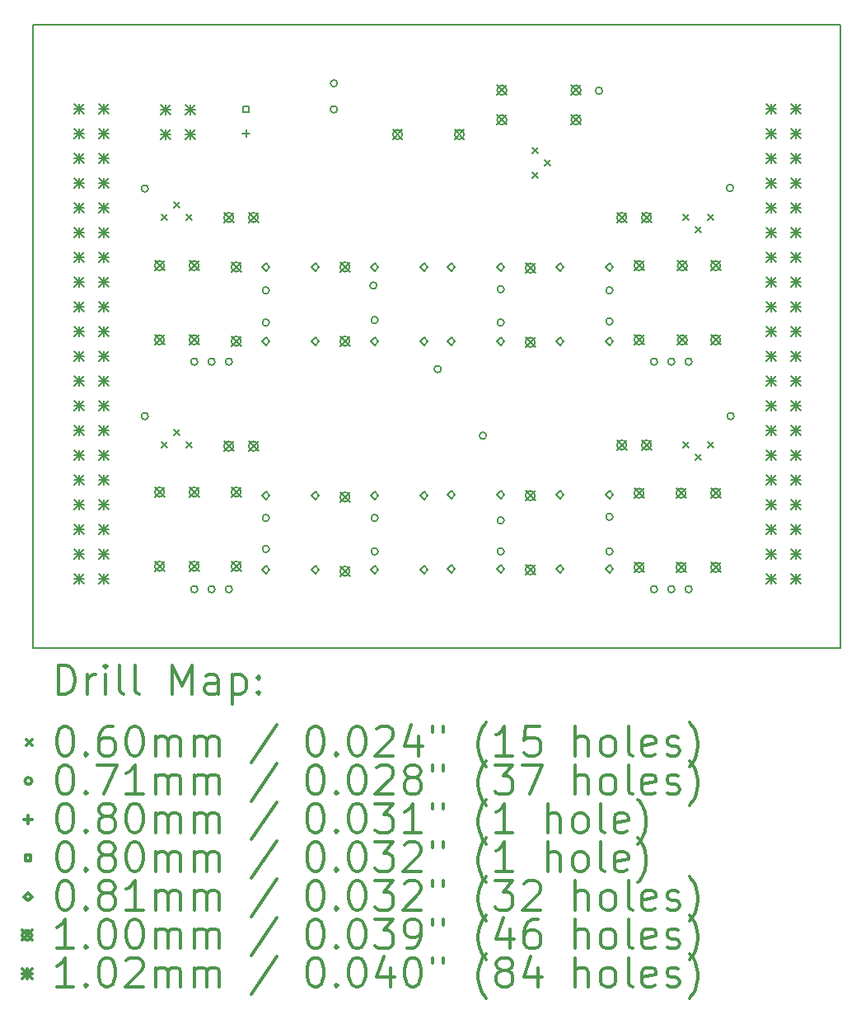
<source format=gbr>
%FSLAX45Y45*%
G04 Gerber Fmt 4.5, Leading zero omitted, Abs format (unit mm)*
G04 Created by KiCad (PCBNEW 4.0.2-4+6225~38~ubuntu14.04.1-stable) date mar 26 jul 2016 23:32:02 ART*
%MOMM*%
G01*
G04 APERTURE LIST*
%ADD10C,0.127000*%
%ADD11C,0.150000*%
%ADD12C,0.200000*%
%ADD13C,0.300000*%
G04 APERTURE END LIST*
D10*
D11*
X19631980Y-5288070D02*
X11331980Y-5288070D01*
X19631980Y-11688070D02*
X19631980Y-5288070D01*
X11331980Y-11688070D02*
X19631980Y-11688070D01*
X11331980Y-5288070D02*
X11331980Y-11688070D01*
D12*
X12657300Y-7234400D02*
X12717300Y-7294400D01*
X12717300Y-7234400D02*
X12657300Y-7294400D01*
X12657300Y-9571200D02*
X12717300Y-9631200D01*
X12717300Y-9571200D02*
X12657300Y-9631200D01*
X12784300Y-7107400D02*
X12844300Y-7167400D01*
X12844300Y-7107400D02*
X12784300Y-7167400D01*
X12784300Y-9444200D02*
X12844300Y-9504200D01*
X12844300Y-9444200D02*
X12784300Y-9504200D01*
X12911300Y-7234400D02*
X12971300Y-7294400D01*
X12971300Y-7234400D02*
X12911300Y-7294400D01*
X12911300Y-9571200D02*
X12971300Y-9631200D01*
X12971300Y-9571200D02*
X12911300Y-9631200D01*
X16467300Y-6548600D02*
X16527300Y-6608600D01*
X16527300Y-6548600D02*
X16467300Y-6608600D01*
X16467300Y-6802600D02*
X16527300Y-6862600D01*
X16527300Y-6802600D02*
X16467300Y-6862600D01*
X16594300Y-6675600D02*
X16654300Y-6735600D01*
X16654300Y-6675600D02*
X16594300Y-6735600D01*
X18016700Y-7234400D02*
X18076700Y-7294400D01*
X18076700Y-7234400D02*
X18016700Y-7294400D01*
X18016700Y-9571200D02*
X18076700Y-9631200D01*
X18076700Y-9571200D02*
X18016700Y-9631200D01*
X18143700Y-7361400D02*
X18203700Y-7421400D01*
X18203700Y-7361400D02*
X18143700Y-7421400D01*
X18143700Y-9698200D02*
X18203700Y-9758200D01*
X18203700Y-9698200D02*
X18143700Y-9758200D01*
X18270700Y-7234400D02*
X18330700Y-7294400D01*
X18330700Y-7234400D02*
X18270700Y-7294400D01*
X18270700Y-9571200D02*
X18330700Y-9631200D01*
X18330700Y-9571200D02*
X18270700Y-9631200D01*
X12520440Y-6967070D02*
G75*
G03X12520440Y-6967070I-35560J0D01*
G01*
X12520440Y-9303870D02*
G75*
G03X12520440Y-9303870I-35560J0D01*
G01*
X13028440Y-8745070D02*
G75*
G03X13028440Y-8745070I-35560J0D01*
G01*
X13028440Y-11081870D02*
G75*
G03X13028440Y-11081870I-35560J0D01*
G01*
X13206240Y-8745070D02*
G75*
G03X13206240Y-8745070I-35560J0D01*
G01*
X13206240Y-11081870D02*
G75*
G03X13206240Y-11081870I-35560J0D01*
G01*
X13384040Y-8745070D02*
G75*
G03X13384040Y-8745070I-35560J0D01*
G01*
X13384040Y-11081870D02*
G75*
G03X13384040Y-11081870I-35560J0D01*
G01*
X13764260Y-8013700D02*
G75*
G03X13764260Y-8013700I-35560J0D01*
G01*
X13764260Y-8343900D02*
G75*
G03X13764260Y-8343900I-35560J0D01*
G01*
X13764260Y-10350500D02*
G75*
G03X13764260Y-10350500I-35560J0D01*
G01*
X13764260Y-10668000D02*
G75*
G03X13764260Y-10668000I-35560J0D01*
G01*
X14463540Y-5887570D02*
G75*
G03X14463540Y-5887570I-35560J0D01*
G01*
X14463540Y-6154270D02*
G75*
G03X14463540Y-6154270I-35560J0D01*
G01*
X14869160Y-7962900D02*
G75*
G03X14869160Y-7962900I-35560J0D01*
G01*
X14881860Y-8318500D02*
G75*
G03X14881860Y-8318500I-35560J0D01*
G01*
X14881860Y-10350500D02*
G75*
G03X14881860Y-10350500I-35560J0D01*
G01*
X14881860Y-10693400D02*
G75*
G03X14881860Y-10693400I-35560J0D01*
G01*
X15530340Y-8821270D02*
G75*
G03X15530340Y-8821270I-35560J0D01*
G01*
X15995160Y-9505800D02*
G75*
G03X15995160Y-9505800I-35560J0D01*
G01*
X16177260Y-8001000D02*
G75*
G03X16177260Y-8001000I-35560J0D01*
G01*
X16177260Y-8343900D02*
G75*
G03X16177260Y-8343900I-35560J0D01*
G01*
X16177260Y-10375900D02*
G75*
G03X16177260Y-10375900I-35560J0D01*
G01*
X16177260Y-10693400D02*
G75*
G03X16177260Y-10693400I-35560J0D01*
G01*
X17187690Y-5963770D02*
G75*
G03X17187690Y-5963770I-35560J0D01*
G01*
X17294860Y-8013700D02*
G75*
G03X17294860Y-8013700I-35560J0D01*
G01*
X17294860Y-8331200D02*
G75*
G03X17294860Y-8331200I-35560J0D01*
G01*
X17294860Y-10337800D02*
G75*
G03X17294860Y-10337800I-35560J0D01*
G01*
X17294860Y-10693400D02*
G75*
G03X17294860Y-10693400I-35560J0D01*
G01*
X17752840Y-8745070D02*
G75*
G03X17752840Y-8745070I-35560J0D01*
G01*
X17752840Y-11081870D02*
G75*
G03X17752840Y-11081870I-35560J0D01*
G01*
X17930640Y-8745070D02*
G75*
G03X17930640Y-8745070I-35560J0D01*
G01*
X17930640Y-11081870D02*
G75*
G03X17930640Y-11081870I-35560J0D01*
G01*
X18108440Y-8745070D02*
G75*
G03X18108440Y-8745070I-35560J0D01*
G01*
X18108440Y-11081870D02*
G75*
G03X18108440Y-11081870I-35560J0D01*
G01*
X18533890Y-6960720D02*
G75*
G03X18533890Y-6960720I-35560J0D01*
G01*
X18540240Y-9303870D02*
G75*
G03X18540240Y-9303870I-35560J0D01*
G01*
X13525500Y-6360800D02*
X13525500Y-6440800D01*
X13485500Y-6400800D02*
X13565500Y-6400800D01*
X13553788Y-6179088D02*
X13553788Y-6122512D01*
X13497212Y-6122512D01*
X13497212Y-6179088D01*
X13553788Y-6179088D01*
X13728700Y-7813040D02*
X13769340Y-7772400D01*
X13728700Y-7731760D01*
X13688060Y-7772400D01*
X13728700Y-7813040D01*
X13728700Y-8575040D02*
X13769340Y-8534400D01*
X13728700Y-8493760D01*
X13688060Y-8534400D01*
X13728700Y-8575040D01*
X13728700Y-10162540D02*
X13769340Y-10121900D01*
X13728700Y-10081260D01*
X13688060Y-10121900D01*
X13728700Y-10162540D01*
X13728700Y-10924540D02*
X13769340Y-10883900D01*
X13728700Y-10843260D01*
X13688060Y-10883900D01*
X13728700Y-10924540D01*
X14236700Y-7813040D02*
X14277340Y-7772400D01*
X14236700Y-7731760D01*
X14196060Y-7772400D01*
X14236700Y-7813040D01*
X14236700Y-8575040D02*
X14277340Y-8534400D01*
X14236700Y-8493760D01*
X14196060Y-8534400D01*
X14236700Y-8575040D01*
X14236700Y-10162540D02*
X14277340Y-10121900D01*
X14236700Y-10081260D01*
X14196060Y-10121900D01*
X14236700Y-10162540D01*
X14236700Y-10924540D02*
X14277340Y-10883900D01*
X14236700Y-10843260D01*
X14196060Y-10883900D01*
X14236700Y-10924540D01*
X14846300Y-7813040D02*
X14886940Y-7772400D01*
X14846300Y-7731760D01*
X14805660Y-7772400D01*
X14846300Y-7813040D01*
X14846300Y-8575040D02*
X14886940Y-8534400D01*
X14846300Y-8493760D01*
X14805660Y-8534400D01*
X14846300Y-8575040D01*
X14846300Y-10162540D02*
X14886940Y-10121900D01*
X14846300Y-10081260D01*
X14805660Y-10121900D01*
X14846300Y-10162540D01*
X14846300Y-10924540D02*
X14886940Y-10883900D01*
X14846300Y-10843260D01*
X14805660Y-10883900D01*
X14846300Y-10924540D01*
X15354300Y-7813040D02*
X15394940Y-7772400D01*
X15354300Y-7731760D01*
X15313660Y-7772400D01*
X15354300Y-7813040D01*
X15354300Y-8575040D02*
X15394940Y-8534400D01*
X15354300Y-8493760D01*
X15313660Y-8534400D01*
X15354300Y-8575040D01*
X15354300Y-10162540D02*
X15394940Y-10121900D01*
X15354300Y-10081260D01*
X15313660Y-10121900D01*
X15354300Y-10162540D01*
X15354300Y-10924540D02*
X15394940Y-10883900D01*
X15354300Y-10843260D01*
X15313660Y-10883900D01*
X15354300Y-10924540D01*
X15633700Y-7813040D02*
X15674340Y-7772400D01*
X15633700Y-7731760D01*
X15593060Y-7772400D01*
X15633700Y-7813040D01*
X15633700Y-8575040D02*
X15674340Y-8534400D01*
X15633700Y-8493760D01*
X15593060Y-8534400D01*
X15633700Y-8575040D01*
X15633700Y-10149840D02*
X15674340Y-10109200D01*
X15633700Y-10068560D01*
X15593060Y-10109200D01*
X15633700Y-10149840D01*
X15633700Y-10911840D02*
X15674340Y-10871200D01*
X15633700Y-10830560D01*
X15593060Y-10871200D01*
X15633700Y-10911840D01*
X16141700Y-7813040D02*
X16182340Y-7772400D01*
X16141700Y-7731760D01*
X16101060Y-7772400D01*
X16141700Y-7813040D01*
X16141700Y-8575040D02*
X16182340Y-8534400D01*
X16141700Y-8493760D01*
X16101060Y-8534400D01*
X16141700Y-8575040D01*
X16141700Y-10149840D02*
X16182340Y-10109200D01*
X16141700Y-10068560D01*
X16101060Y-10109200D01*
X16141700Y-10149840D01*
X16141700Y-10911840D02*
X16182340Y-10871200D01*
X16141700Y-10830560D01*
X16101060Y-10871200D01*
X16141700Y-10911840D01*
X16751300Y-7813040D02*
X16791940Y-7772400D01*
X16751300Y-7731760D01*
X16710660Y-7772400D01*
X16751300Y-7813040D01*
X16751300Y-8575040D02*
X16791940Y-8534400D01*
X16751300Y-8493760D01*
X16710660Y-8534400D01*
X16751300Y-8575040D01*
X16751300Y-10149840D02*
X16791940Y-10109200D01*
X16751300Y-10068560D01*
X16710660Y-10109200D01*
X16751300Y-10149840D01*
X16751300Y-10911840D02*
X16791940Y-10871200D01*
X16751300Y-10830560D01*
X16710660Y-10871200D01*
X16751300Y-10911840D01*
X17259300Y-7813040D02*
X17299940Y-7772400D01*
X17259300Y-7731760D01*
X17218660Y-7772400D01*
X17259300Y-7813040D01*
X17259300Y-8575040D02*
X17299940Y-8534400D01*
X17259300Y-8493760D01*
X17218660Y-8534400D01*
X17259300Y-8575040D01*
X17259300Y-10149840D02*
X17299940Y-10109200D01*
X17259300Y-10068560D01*
X17218660Y-10109200D01*
X17259300Y-10149840D01*
X17259300Y-10911840D02*
X17299940Y-10871200D01*
X17259300Y-10830560D01*
X17218660Y-10871200D01*
X17259300Y-10911840D01*
X12586462Y-7709662D02*
X12686538Y-7809738D01*
X12686538Y-7709662D02*
X12586462Y-7809738D01*
X12686538Y-7759700D02*
G75*
G03X12686538Y-7759700I-50038J0D01*
G01*
X12586462Y-8471662D02*
X12686538Y-8571738D01*
X12686538Y-8471662D02*
X12586462Y-8571738D01*
X12686538Y-8521700D02*
G75*
G03X12686538Y-8521700I-50038J0D01*
G01*
X12586462Y-10033762D02*
X12686538Y-10133838D01*
X12686538Y-10033762D02*
X12586462Y-10133838D01*
X12686538Y-10083800D02*
G75*
G03X12686538Y-10083800I-50038J0D01*
G01*
X12586462Y-10795762D02*
X12686538Y-10895838D01*
X12686538Y-10795762D02*
X12586462Y-10895838D01*
X12686538Y-10845800D02*
G75*
G03X12686538Y-10845800I-50038J0D01*
G01*
X12942062Y-7709662D02*
X13042138Y-7809738D01*
X13042138Y-7709662D02*
X12942062Y-7809738D01*
X13042138Y-7759700D02*
G75*
G03X13042138Y-7759700I-50038J0D01*
G01*
X12942062Y-8471662D02*
X13042138Y-8571738D01*
X13042138Y-8471662D02*
X12942062Y-8571738D01*
X13042138Y-8521700D02*
G75*
G03X13042138Y-8521700I-50038J0D01*
G01*
X12942062Y-10033762D02*
X13042138Y-10133838D01*
X13042138Y-10033762D02*
X12942062Y-10133838D01*
X13042138Y-10083800D02*
G75*
G03X13042138Y-10083800I-50038J0D01*
G01*
X12942062Y-10795762D02*
X13042138Y-10895838D01*
X13042138Y-10795762D02*
X12942062Y-10895838D01*
X13042138Y-10845800D02*
G75*
G03X13042138Y-10845800I-50038J0D01*
G01*
X13297662Y-7214362D02*
X13397738Y-7314438D01*
X13397738Y-7214362D02*
X13297662Y-7314438D01*
X13397738Y-7264400D02*
G75*
G03X13397738Y-7264400I-50038J0D01*
G01*
X13297662Y-9563862D02*
X13397738Y-9663938D01*
X13397738Y-9563862D02*
X13297662Y-9663938D01*
X13397738Y-9613900D02*
G75*
G03X13397738Y-9613900I-50038J0D01*
G01*
X13373862Y-7722362D02*
X13473938Y-7822438D01*
X13473938Y-7722362D02*
X13373862Y-7822438D01*
X13473938Y-7772400D02*
G75*
G03X13473938Y-7772400I-50038J0D01*
G01*
X13373862Y-8484362D02*
X13473938Y-8584438D01*
X13473938Y-8484362D02*
X13373862Y-8584438D01*
X13473938Y-8534400D02*
G75*
G03X13473938Y-8534400I-50038J0D01*
G01*
X13373862Y-10033762D02*
X13473938Y-10133838D01*
X13473938Y-10033762D02*
X13373862Y-10133838D01*
X13473938Y-10083800D02*
G75*
G03X13473938Y-10083800I-50038J0D01*
G01*
X13373862Y-10795762D02*
X13473938Y-10895838D01*
X13473938Y-10795762D02*
X13373862Y-10895838D01*
X13473938Y-10845800D02*
G75*
G03X13473938Y-10845800I-50038J0D01*
G01*
X13551662Y-7214362D02*
X13651738Y-7314438D01*
X13651738Y-7214362D02*
X13551662Y-7314438D01*
X13651738Y-7264400D02*
G75*
G03X13651738Y-7264400I-50038J0D01*
G01*
X13551662Y-9563862D02*
X13651738Y-9663938D01*
X13651738Y-9563862D02*
X13551662Y-9663938D01*
X13651738Y-9613900D02*
G75*
G03X13651738Y-9613900I-50038J0D01*
G01*
X14491462Y-7722362D02*
X14591538Y-7822438D01*
X14591538Y-7722362D02*
X14491462Y-7822438D01*
X14591538Y-7772400D02*
G75*
G03X14591538Y-7772400I-50038J0D01*
G01*
X14491462Y-8484362D02*
X14591538Y-8584438D01*
X14591538Y-8484362D02*
X14491462Y-8584438D01*
X14591538Y-8534400D02*
G75*
G03X14591538Y-8534400I-50038J0D01*
G01*
X14491462Y-10084562D02*
X14591538Y-10184638D01*
X14591538Y-10084562D02*
X14491462Y-10184638D01*
X14591538Y-10134600D02*
G75*
G03X14591538Y-10134600I-50038J0D01*
G01*
X14491462Y-10846562D02*
X14591538Y-10946638D01*
X14591538Y-10846562D02*
X14491462Y-10946638D01*
X14591538Y-10896600D02*
G75*
G03X14591538Y-10896600I-50038J0D01*
G01*
X15032859Y-6362405D02*
X15132935Y-6462481D01*
X15132935Y-6362405D02*
X15032859Y-6462481D01*
X15132935Y-6412443D02*
G75*
G03X15132935Y-6412443I-50038J0D01*
G01*
X15667859Y-6362405D02*
X15767935Y-6462481D01*
X15767935Y-6362405D02*
X15667859Y-6462481D01*
X15767935Y-6412443D02*
G75*
G03X15767935Y-6412443I-50038J0D01*
G01*
X16104362Y-5906262D02*
X16204438Y-6006338D01*
X16204438Y-5906262D02*
X16104362Y-6006338D01*
X16204438Y-5956300D02*
G75*
G03X16204438Y-5956300I-50038J0D01*
G01*
X16104362Y-6211062D02*
X16204438Y-6311138D01*
X16204438Y-6211062D02*
X16104362Y-6311138D01*
X16204438Y-6261100D02*
G75*
G03X16204438Y-6261100I-50038J0D01*
G01*
X16396462Y-7735062D02*
X16496538Y-7835138D01*
X16496538Y-7735062D02*
X16396462Y-7835138D01*
X16496538Y-7785100D02*
G75*
G03X16496538Y-7785100I-50038J0D01*
G01*
X16396462Y-8497062D02*
X16496538Y-8597138D01*
X16496538Y-8497062D02*
X16396462Y-8597138D01*
X16496538Y-8547100D02*
G75*
G03X16496538Y-8547100I-50038J0D01*
G01*
X16396462Y-10071862D02*
X16496538Y-10171938D01*
X16496538Y-10071862D02*
X16396462Y-10171938D01*
X16496538Y-10121900D02*
G75*
G03X16496538Y-10121900I-50038J0D01*
G01*
X16396462Y-10833862D02*
X16496538Y-10933938D01*
X16496538Y-10833862D02*
X16396462Y-10933938D01*
X16496538Y-10883900D02*
G75*
G03X16496538Y-10883900I-50038J0D01*
G01*
X16866362Y-5906262D02*
X16966438Y-6006338D01*
X16966438Y-5906262D02*
X16866362Y-6006338D01*
X16966438Y-5956300D02*
G75*
G03X16966438Y-5956300I-50038J0D01*
G01*
X16866362Y-6211062D02*
X16966438Y-6311138D01*
X16966438Y-6211062D02*
X16866362Y-6311138D01*
X16966438Y-6261100D02*
G75*
G03X16966438Y-6261100I-50038J0D01*
G01*
X17336262Y-7214362D02*
X17436338Y-7314438D01*
X17436338Y-7214362D02*
X17336262Y-7314438D01*
X17436338Y-7264400D02*
G75*
G03X17436338Y-7264400I-50038J0D01*
G01*
X17336262Y-9551162D02*
X17436338Y-9651238D01*
X17436338Y-9551162D02*
X17336262Y-9651238D01*
X17436338Y-9601200D02*
G75*
G03X17436338Y-9601200I-50038J0D01*
G01*
X17514062Y-7709662D02*
X17614138Y-7809738D01*
X17614138Y-7709662D02*
X17514062Y-7809738D01*
X17614138Y-7759700D02*
G75*
G03X17614138Y-7759700I-50038J0D01*
G01*
X17514062Y-8471662D02*
X17614138Y-8571738D01*
X17614138Y-8471662D02*
X17514062Y-8571738D01*
X17614138Y-8521700D02*
G75*
G03X17614138Y-8521700I-50038J0D01*
G01*
X17514062Y-10046462D02*
X17614138Y-10146538D01*
X17614138Y-10046462D02*
X17514062Y-10146538D01*
X17614138Y-10096500D02*
G75*
G03X17614138Y-10096500I-50038J0D01*
G01*
X17514062Y-10808462D02*
X17614138Y-10908538D01*
X17614138Y-10808462D02*
X17514062Y-10908538D01*
X17614138Y-10858500D02*
G75*
G03X17614138Y-10858500I-50038J0D01*
G01*
X17590262Y-7214362D02*
X17690338Y-7314438D01*
X17690338Y-7214362D02*
X17590262Y-7314438D01*
X17690338Y-7264400D02*
G75*
G03X17690338Y-7264400I-50038J0D01*
G01*
X17590262Y-9551162D02*
X17690338Y-9651238D01*
X17690338Y-9551162D02*
X17590262Y-9651238D01*
X17690338Y-9601200D02*
G75*
G03X17690338Y-9601200I-50038J0D01*
G01*
X17945862Y-10046462D02*
X18045938Y-10146538D01*
X18045938Y-10046462D02*
X17945862Y-10146538D01*
X18045938Y-10096500D02*
G75*
G03X18045938Y-10096500I-50038J0D01*
G01*
X17945862Y-10808462D02*
X18045938Y-10908538D01*
X18045938Y-10808462D02*
X17945862Y-10908538D01*
X18045938Y-10858500D02*
G75*
G03X18045938Y-10858500I-50038J0D01*
G01*
X17958562Y-7709662D02*
X18058638Y-7809738D01*
X18058638Y-7709662D02*
X17958562Y-7809738D01*
X18058638Y-7759700D02*
G75*
G03X18058638Y-7759700I-50038J0D01*
G01*
X17958562Y-8471662D02*
X18058638Y-8571738D01*
X18058638Y-8471662D02*
X17958562Y-8571738D01*
X18058638Y-8521700D02*
G75*
G03X18058638Y-8521700I-50038J0D01*
G01*
X18301462Y-7709662D02*
X18401538Y-7809738D01*
X18401538Y-7709662D02*
X18301462Y-7809738D01*
X18401538Y-7759700D02*
G75*
G03X18401538Y-7759700I-50038J0D01*
G01*
X18301462Y-8471662D02*
X18401538Y-8571738D01*
X18401538Y-8471662D02*
X18301462Y-8571738D01*
X18401538Y-8521700D02*
G75*
G03X18401538Y-8521700I-50038J0D01*
G01*
X18301462Y-10046462D02*
X18401538Y-10146538D01*
X18401538Y-10046462D02*
X18301462Y-10146538D01*
X18401538Y-10096500D02*
G75*
G03X18401538Y-10096500I-50038J0D01*
G01*
X18301462Y-10808462D02*
X18401538Y-10908538D01*
X18401538Y-10808462D02*
X18301462Y-10908538D01*
X18401538Y-10858500D02*
G75*
G03X18401538Y-10858500I-50038J0D01*
G01*
X11760200Y-6096000D02*
X11861800Y-6197600D01*
X11861800Y-6096000D02*
X11760200Y-6197600D01*
X11811000Y-6096000D02*
X11811000Y-6197600D01*
X11760200Y-6146800D02*
X11861800Y-6146800D01*
X11760200Y-6350000D02*
X11861800Y-6451600D01*
X11861800Y-6350000D02*
X11760200Y-6451600D01*
X11811000Y-6350000D02*
X11811000Y-6451600D01*
X11760200Y-6400800D02*
X11861800Y-6400800D01*
X11760200Y-6604000D02*
X11861800Y-6705600D01*
X11861800Y-6604000D02*
X11760200Y-6705600D01*
X11811000Y-6604000D02*
X11811000Y-6705600D01*
X11760200Y-6654800D02*
X11861800Y-6654800D01*
X11760200Y-6858000D02*
X11861800Y-6959600D01*
X11861800Y-6858000D02*
X11760200Y-6959600D01*
X11811000Y-6858000D02*
X11811000Y-6959600D01*
X11760200Y-6908800D02*
X11861800Y-6908800D01*
X11760200Y-7112000D02*
X11861800Y-7213600D01*
X11861800Y-7112000D02*
X11760200Y-7213600D01*
X11811000Y-7112000D02*
X11811000Y-7213600D01*
X11760200Y-7162800D02*
X11861800Y-7162800D01*
X11760200Y-7366000D02*
X11861800Y-7467600D01*
X11861800Y-7366000D02*
X11760200Y-7467600D01*
X11811000Y-7366000D02*
X11811000Y-7467600D01*
X11760200Y-7416800D02*
X11861800Y-7416800D01*
X11760200Y-7620000D02*
X11861800Y-7721600D01*
X11861800Y-7620000D02*
X11760200Y-7721600D01*
X11811000Y-7620000D02*
X11811000Y-7721600D01*
X11760200Y-7670800D02*
X11861800Y-7670800D01*
X11760200Y-7874000D02*
X11861800Y-7975600D01*
X11861800Y-7874000D02*
X11760200Y-7975600D01*
X11811000Y-7874000D02*
X11811000Y-7975600D01*
X11760200Y-7924800D02*
X11861800Y-7924800D01*
X11760200Y-8128000D02*
X11861800Y-8229600D01*
X11861800Y-8128000D02*
X11760200Y-8229600D01*
X11811000Y-8128000D02*
X11811000Y-8229600D01*
X11760200Y-8178800D02*
X11861800Y-8178800D01*
X11760200Y-8382000D02*
X11861800Y-8483600D01*
X11861800Y-8382000D02*
X11760200Y-8483600D01*
X11811000Y-8382000D02*
X11811000Y-8483600D01*
X11760200Y-8432800D02*
X11861800Y-8432800D01*
X11760200Y-8636000D02*
X11861800Y-8737600D01*
X11861800Y-8636000D02*
X11760200Y-8737600D01*
X11811000Y-8636000D02*
X11811000Y-8737600D01*
X11760200Y-8686800D02*
X11861800Y-8686800D01*
X11760200Y-8890000D02*
X11861800Y-8991600D01*
X11861800Y-8890000D02*
X11760200Y-8991600D01*
X11811000Y-8890000D02*
X11811000Y-8991600D01*
X11760200Y-8940800D02*
X11861800Y-8940800D01*
X11760200Y-9144000D02*
X11861800Y-9245600D01*
X11861800Y-9144000D02*
X11760200Y-9245600D01*
X11811000Y-9144000D02*
X11811000Y-9245600D01*
X11760200Y-9194800D02*
X11861800Y-9194800D01*
X11760200Y-9398000D02*
X11861800Y-9499600D01*
X11861800Y-9398000D02*
X11760200Y-9499600D01*
X11811000Y-9398000D02*
X11811000Y-9499600D01*
X11760200Y-9448800D02*
X11861800Y-9448800D01*
X11760200Y-9652000D02*
X11861800Y-9753600D01*
X11861800Y-9652000D02*
X11760200Y-9753600D01*
X11811000Y-9652000D02*
X11811000Y-9753600D01*
X11760200Y-9702800D02*
X11861800Y-9702800D01*
X11760200Y-9906000D02*
X11861800Y-10007600D01*
X11861800Y-9906000D02*
X11760200Y-10007600D01*
X11811000Y-9906000D02*
X11811000Y-10007600D01*
X11760200Y-9956800D02*
X11861800Y-9956800D01*
X11760200Y-10160000D02*
X11861800Y-10261600D01*
X11861800Y-10160000D02*
X11760200Y-10261600D01*
X11811000Y-10160000D02*
X11811000Y-10261600D01*
X11760200Y-10210800D02*
X11861800Y-10210800D01*
X11760200Y-10414000D02*
X11861800Y-10515600D01*
X11861800Y-10414000D02*
X11760200Y-10515600D01*
X11811000Y-10414000D02*
X11811000Y-10515600D01*
X11760200Y-10464800D02*
X11861800Y-10464800D01*
X11760200Y-10668000D02*
X11861800Y-10769600D01*
X11861800Y-10668000D02*
X11760200Y-10769600D01*
X11811000Y-10668000D02*
X11811000Y-10769600D01*
X11760200Y-10718800D02*
X11861800Y-10718800D01*
X11760200Y-10922000D02*
X11861800Y-11023600D01*
X11861800Y-10922000D02*
X11760200Y-11023600D01*
X11811000Y-10922000D02*
X11811000Y-11023600D01*
X11760200Y-10972800D02*
X11861800Y-10972800D01*
X12014200Y-6096000D02*
X12115800Y-6197600D01*
X12115800Y-6096000D02*
X12014200Y-6197600D01*
X12065000Y-6096000D02*
X12065000Y-6197600D01*
X12014200Y-6146800D02*
X12115800Y-6146800D01*
X12014200Y-6350000D02*
X12115800Y-6451600D01*
X12115800Y-6350000D02*
X12014200Y-6451600D01*
X12065000Y-6350000D02*
X12065000Y-6451600D01*
X12014200Y-6400800D02*
X12115800Y-6400800D01*
X12014200Y-6604000D02*
X12115800Y-6705600D01*
X12115800Y-6604000D02*
X12014200Y-6705600D01*
X12065000Y-6604000D02*
X12065000Y-6705600D01*
X12014200Y-6654800D02*
X12115800Y-6654800D01*
X12014200Y-6858000D02*
X12115800Y-6959600D01*
X12115800Y-6858000D02*
X12014200Y-6959600D01*
X12065000Y-6858000D02*
X12065000Y-6959600D01*
X12014200Y-6908800D02*
X12115800Y-6908800D01*
X12014200Y-7112000D02*
X12115800Y-7213600D01*
X12115800Y-7112000D02*
X12014200Y-7213600D01*
X12065000Y-7112000D02*
X12065000Y-7213600D01*
X12014200Y-7162800D02*
X12115800Y-7162800D01*
X12014200Y-7366000D02*
X12115800Y-7467600D01*
X12115800Y-7366000D02*
X12014200Y-7467600D01*
X12065000Y-7366000D02*
X12065000Y-7467600D01*
X12014200Y-7416800D02*
X12115800Y-7416800D01*
X12014200Y-7620000D02*
X12115800Y-7721600D01*
X12115800Y-7620000D02*
X12014200Y-7721600D01*
X12065000Y-7620000D02*
X12065000Y-7721600D01*
X12014200Y-7670800D02*
X12115800Y-7670800D01*
X12014200Y-7874000D02*
X12115800Y-7975600D01*
X12115800Y-7874000D02*
X12014200Y-7975600D01*
X12065000Y-7874000D02*
X12065000Y-7975600D01*
X12014200Y-7924800D02*
X12115800Y-7924800D01*
X12014200Y-8128000D02*
X12115800Y-8229600D01*
X12115800Y-8128000D02*
X12014200Y-8229600D01*
X12065000Y-8128000D02*
X12065000Y-8229600D01*
X12014200Y-8178800D02*
X12115800Y-8178800D01*
X12014200Y-8382000D02*
X12115800Y-8483600D01*
X12115800Y-8382000D02*
X12014200Y-8483600D01*
X12065000Y-8382000D02*
X12065000Y-8483600D01*
X12014200Y-8432800D02*
X12115800Y-8432800D01*
X12014200Y-8636000D02*
X12115800Y-8737600D01*
X12115800Y-8636000D02*
X12014200Y-8737600D01*
X12065000Y-8636000D02*
X12065000Y-8737600D01*
X12014200Y-8686800D02*
X12115800Y-8686800D01*
X12014200Y-8890000D02*
X12115800Y-8991600D01*
X12115800Y-8890000D02*
X12014200Y-8991600D01*
X12065000Y-8890000D02*
X12065000Y-8991600D01*
X12014200Y-8940800D02*
X12115800Y-8940800D01*
X12014200Y-9144000D02*
X12115800Y-9245600D01*
X12115800Y-9144000D02*
X12014200Y-9245600D01*
X12065000Y-9144000D02*
X12065000Y-9245600D01*
X12014200Y-9194800D02*
X12115800Y-9194800D01*
X12014200Y-9398000D02*
X12115800Y-9499600D01*
X12115800Y-9398000D02*
X12014200Y-9499600D01*
X12065000Y-9398000D02*
X12065000Y-9499600D01*
X12014200Y-9448800D02*
X12115800Y-9448800D01*
X12014200Y-9652000D02*
X12115800Y-9753600D01*
X12115800Y-9652000D02*
X12014200Y-9753600D01*
X12065000Y-9652000D02*
X12065000Y-9753600D01*
X12014200Y-9702800D02*
X12115800Y-9702800D01*
X12014200Y-9906000D02*
X12115800Y-10007600D01*
X12115800Y-9906000D02*
X12014200Y-10007600D01*
X12065000Y-9906000D02*
X12065000Y-10007600D01*
X12014200Y-9956800D02*
X12115800Y-9956800D01*
X12014200Y-10160000D02*
X12115800Y-10261600D01*
X12115800Y-10160000D02*
X12014200Y-10261600D01*
X12065000Y-10160000D02*
X12065000Y-10261600D01*
X12014200Y-10210800D02*
X12115800Y-10210800D01*
X12014200Y-10414000D02*
X12115800Y-10515600D01*
X12115800Y-10414000D02*
X12014200Y-10515600D01*
X12065000Y-10414000D02*
X12065000Y-10515600D01*
X12014200Y-10464800D02*
X12115800Y-10464800D01*
X12014200Y-10668000D02*
X12115800Y-10769600D01*
X12115800Y-10668000D02*
X12014200Y-10769600D01*
X12065000Y-10668000D02*
X12065000Y-10769600D01*
X12014200Y-10718800D02*
X12115800Y-10718800D01*
X12014200Y-10922000D02*
X12115800Y-11023600D01*
X12115800Y-10922000D02*
X12014200Y-11023600D01*
X12065000Y-10922000D02*
X12065000Y-11023600D01*
X12014200Y-10972800D02*
X12115800Y-10972800D01*
X12649980Y-6103470D02*
X12751580Y-6205070D01*
X12751580Y-6103470D02*
X12649980Y-6205070D01*
X12700780Y-6103470D02*
X12700780Y-6205070D01*
X12649980Y-6154270D02*
X12751580Y-6154270D01*
X12649980Y-6357470D02*
X12751580Y-6459070D01*
X12751580Y-6357470D02*
X12649980Y-6459070D01*
X12700780Y-6357470D02*
X12700780Y-6459070D01*
X12649980Y-6408270D02*
X12751580Y-6408270D01*
X12903980Y-6103470D02*
X13005580Y-6205070D01*
X13005580Y-6103470D02*
X12903980Y-6205070D01*
X12954780Y-6103470D02*
X12954780Y-6205070D01*
X12903980Y-6154270D02*
X13005580Y-6154270D01*
X12903980Y-6357470D02*
X13005580Y-6459070D01*
X13005580Y-6357470D02*
X12903980Y-6459070D01*
X12954780Y-6357470D02*
X12954780Y-6459070D01*
X12903980Y-6408270D02*
X13005580Y-6408270D01*
X18872200Y-6096000D02*
X18973800Y-6197600D01*
X18973800Y-6096000D02*
X18872200Y-6197600D01*
X18923000Y-6096000D02*
X18923000Y-6197600D01*
X18872200Y-6146800D02*
X18973800Y-6146800D01*
X18872200Y-6350000D02*
X18973800Y-6451600D01*
X18973800Y-6350000D02*
X18872200Y-6451600D01*
X18923000Y-6350000D02*
X18923000Y-6451600D01*
X18872200Y-6400800D02*
X18973800Y-6400800D01*
X18872200Y-6604000D02*
X18973800Y-6705600D01*
X18973800Y-6604000D02*
X18872200Y-6705600D01*
X18923000Y-6604000D02*
X18923000Y-6705600D01*
X18872200Y-6654800D02*
X18973800Y-6654800D01*
X18872200Y-6858000D02*
X18973800Y-6959600D01*
X18973800Y-6858000D02*
X18872200Y-6959600D01*
X18923000Y-6858000D02*
X18923000Y-6959600D01*
X18872200Y-6908800D02*
X18973800Y-6908800D01*
X18872200Y-7112000D02*
X18973800Y-7213600D01*
X18973800Y-7112000D02*
X18872200Y-7213600D01*
X18923000Y-7112000D02*
X18923000Y-7213600D01*
X18872200Y-7162800D02*
X18973800Y-7162800D01*
X18872200Y-7366000D02*
X18973800Y-7467600D01*
X18973800Y-7366000D02*
X18872200Y-7467600D01*
X18923000Y-7366000D02*
X18923000Y-7467600D01*
X18872200Y-7416800D02*
X18973800Y-7416800D01*
X18872200Y-7620000D02*
X18973800Y-7721600D01*
X18973800Y-7620000D02*
X18872200Y-7721600D01*
X18923000Y-7620000D02*
X18923000Y-7721600D01*
X18872200Y-7670800D02*
X18973800Y-7670800D01*
X18872200Y-7874000D02*
X18973800Y-7975600D01*
X18973800Y-7874000D02*
X18872200Y-7975600D01*
X18923000Y-7874000D02*
X18923000Y-7975600D01*
X18872200Y-7924800D02*
X18973800Y-7924800D01*
X18872200Y-8128000D02*
X18973800Y-8229600D01*
X18973800Y-8128000D02*
X18872200Y-8229600D01*
X18923000Y-8128000D02*
X18923000Y-8229600D01*
X18872200Y-8178800D02*
X18973800Y-8178800D01*
X18872200Y-8382000D02*
X18973800Y-8483600D01*
X18973800Y-8382000D02*
X18872200Y-8483600D01*
X18923000Y-8382000D02*
X18923000Y-8483600D01*
X18872200Y-8432800D02*
X18973800Y-8432800D01*
X18872200Y-8636000D02*
X18973800Y-8737600D01*
X18973800Y-8636000D02*
X18872200Y-8737600D01*
X18923000Y-8636000D02*
X18923000Y-8737600D01*
X18872200Y-8686800D02*
X18973800Y-8686800D01*
X18872200Y-8890000D02*
X18973800Y-8991600D01*
X18973800Y-8890000D02*
X18872200Y-8991600D01*
X18923000Y-8890000D02*
X18923000Y-8991600D01*
X18872200Y-8940800D02*
X18973800Y-8940800D01*
X18872200Y-9144000D02*
X18973800Y-9245600D01*
X18973800Y-9144000D02*
X18872200Y-9245600D01*
X18923000Y-9144000D02*
X18923000Y-9245600D01*
X18872200Y-9194800D02*
X18973800Y-9194800D01*
X18872200Y-9398000D02*
X18973800Y-9499600D01*
X18973800Y-9398000D02*
X18872200Y-9499600D01*
X18923000Y-9398000D02*
X18923000Y-9499600D01*
X18872200Y-9448800D02*
X18973800Y-9448800D01*
X18872200Y-9652000D02*
X18973800Y-9753600D01*
X18973800Y-9652000D02*
X18872200Y-9753600D01*
X18923000Y-9652000D02*
X18923000Y-9753600D01*
X18872200Y-9702800D02*
X18973800Y-9702800D01*
X18872200Y-9906000D02*
X18973800Y-10007600D01*
X18973800Y-9906000D02*
X18872200Y-10007600D01*
X18923000Y-9906000D02*
X18923000Y-10007600D01*
X18872200Y-9956800D02*
X18973800Y-9956800D01*
X18872200Y-10160000D02*
X18973800Y-10261600D01*
X18973800Y-10160000D02*
X18872200Y-10261600D01*
X18923000Y-10160000D02*
X18923000Y-10261600D01*
X18872200Y-10210800D02*
X18973800Y-10210800D01*
X18872200Y-10414000D02*
X18973800Y-10515600D01*
X18973800Y-10414000D02*
X18872200Y-10515600D01*
X18923000Y-10414000D02*
X18923000Y-10515600D01*
X18872200Y-10464800D02*
X18973800Y-10464800D01*
X18872200Y-10668000D02*
X18973800Y-10769600D01*
X18973800Y-10668000D02*
X18872200Y-10769600D01*
X18923000Y-10668000D02*
X18923000Y-10769600D01*
X18872200Y-10718800D02*
X18973800Y-10718800D01*
X18872200Y-10922000D02*
X18973800Y-11023600D01*
X18973800Y-10922000D02*
X18872200Y-11023600D01*
X18923000Y-10922000D02*
X18923000Y-11023600D01*
X18872200Y-10972800D02*
X18973800Y-10972800D01*
X19126200Y-6096000D02*
X19227800Y-6197600D01*
X19227800Y-6096000D02*
X19126200Y-6197600D01*
X19177000Y-6096000D02*
X19177000Y-6197600D01*
X19126200Y-6146800D02*
X19227800Y-6146800D01*
X19126200Y-6350000D02*
X19227800Y-6451600D01*
X19227800Y-6350000D02*
X19126200Y-6451600D01*
X19177000Y-6350000D02*
X19177000Y-6451600D01*
X19126200Y-6400800D02*
X19227800Y-6400800D01*
X19126200Y-6604000D02*
X19227800Y-6705600D01*
X19227800Y-6604000D02*
X19126200Y-6705600D01*
X19177000Y-6604000D02*
X19177000Y-6705600D01*
X19126200Y-6654800D02*
X19227800Y-6654800D01*
X19126200Y-6858000D02*
X19227800Y-6959600D01*
X19227800Y-6858000D02*
X19126200Y-6959600D01*
X19177000Y-6858000D02*
X19177000Y-6959600D01*
X19126200Y-6908800D02*
X19227800Y-6908800D01*
X19126200Y-7112000D02*
X19227800Y-7213600D01*
X19227800Y-7112000D02*
X19126200Y-7213600D01*
X19177000Y-7112000D02*
X19177000Y-7213600D01*
X19126200Y-7162800D02*
X19227800Y-7162800D01*
X19126200Y-7366000D02*
X19227800Y-7467600D01*
X19227800Y-7366000D02*
X19126200Y-7467600D01*
X19177000Y-7366000D02*
X19177000Y-7467600D01*
X19126200Y-7416800D02*
X19227800Y-7416800D01*
X19126200Y-7620000D02*
X19227800Y-7721600D01*
X19227800Y-7620000D02*
X19126200Y-7721600D01*
X19177000Y-7620000D02*
X19177000Y-7721600D01*
X19126200Y-7670800D02*
X19227800Y-7670800D01*
X19126200Y-7874000D02*
X19227800Y-7975600D01*
X19227800Y-7874000D02*
X19126200Y-7975600D01*
X19177000Y-7874000D02*
X19177000Y-7975600D01*
X19126200Y-7924800D02*
X19227800Y-7924800D01*
X19126200Y-8128000D02*
X19227800Y-8229600D01*
X19227800Y-8128000D02*
X19126200Y-8229600D01*
X19177000Y-8128000D02*
X19177000Y-8229600D01*
X19126200Y-8178800D02*
X19227800Y-8178800D01*
X19126200Y-8382000D02*
X19227800Y-8483600D01*
X19227800Y-8382000D02*
X19126200Y-8483600D01*
X19177000Y-8382000D02*
X19177000Y-8483600D01*
X19126200Y-8432800D02*
X19227800Y-8432800D01*
X19126200Y-8636000D02*
X19227800Y-8737600D01*
X19227800Y-8636000D02*
X19126200Y-8737600D01*
X19177000Y-8636000D02*
X19177000Y-8737600D01*
X19126200Y-8686800D02*
X19227800Y-8686800D01*
X19126200Y-8890000D02*
X19227800Y-8991600D01*
X19227800Y-8890000D02*
X19126200Y-8991600D01*
X19177000Y-8890000D02*
X19177000Y-8991600D01*
X19126200Y-8940800D02*
X19227800Y-8940800D01*
X19126200Y-9144000D02*
X19227800Y-9245600D01*
X19227800Y-9144000D02*
X19126200Y-9245600D01*
X19177000Y-9144000D02*
X19177000Y-9245600D01*
X19126200Y-9194800D02*
X19227800Y-9194800D01*
X19126200Y-9398000D02*
X19227800Y-9499600D01*
X19227800Y-9398000D02*
X19126200Y-9499600D01*
X19177000Y-9398000D02*
X19177000Y-9499600D01*
X19126200Y-9448800D02*
X19227800Y-9448800D01*
X19126200Y-9652000D02*
X19227800Y-9753600D01*
X19227800Y-9652000D02*
X19126200Y-9753600D01*
X19177000Y-9652000D02*
X19177000Y-9753600D01*
X19126200Y-9702800D02*
X19227800Y-9702800D01*
X19126200Y-9906000D02*
X19227800Y-10007600D01*
X19227800Y-9906000D02*
X19126200Y-10007600D01*
X19177000Y-9906000D02*
X19177000Y-10007600D01*
X19126200Y-9956800D02*
X19227800Y-9956800D01*
X19126200Y-10160000D02*
X19227800Y-10261600D01*
X19227800Y-10160000D02*
X19126200Y-10261600D01*
X19177000Y-10160000D02*
X19177000Y-10261600D01*
X19126200Y-10210800D02*
X19227800Y-10210800D01*
X19126200Y-10414000D02*
X19227800Y-10515600D01*
X19227800Y-10414000D02*
X19126200Y-10515600D01*
X19177000Y-10414000D02*
X19177000Y-10515600D01*
X19126200Y-10464800D02*
X19227800Y-10464800D01*
X19126200Y-10668000D02*
X19227800Y-10769600D01*
X19227800Y-10668000D02*
X19126200Y-10769600D01*
X19177000Y-10668000D02*
X19177000Y-10769600D01*
X19126200Y-10718800D02*
X19227800Y-10718800D01*
X19126200Y-10922000D02*
X19227800Y-11023600D01*
X19227800Y-10922000D02*
X19126200Y-11023600D01*
X19177000Y-10922000D02*
X19177000Y-11023600D01*
X19126200Y-10972800D02*
X19227800Y-10972800D01*
D13*
X11595908Y-12161284D02*
X11595908Y-11861284D01*
X11667337Y-11861284D01*
X11710194Y-11875570D01*
X11738766Y-11904141D01*
X11753051Y-11932713D01*
X11767337Y-11989856D01*
X11767337Y-12032713D01*
X11753051Y-12089856D01*
X11738766Y-12118427D01*
X11710194Y-12146999D01*
X11667337Y-12161284D01*
X11595908Y-12161284D01*
X11895908Y-12161284D02*
X11895908Y-11961284D01*
X11895908Y-12018427D02*
X11910194Y-11989856D01*
X11924480Y-11975570D01*
X11953051Y-11961284D01*
X11981623Y-11961284D01*
X12081623Y-12161284D02*
X12081623Y-11961284D01*
X12081623Y-11861284D02*
X12067337Y-11875570D01*
X12081623Y-11889856D01*
X12095908Y-11875570D01*
X12081623Y-11861284D01*
X12081623Y-11889856D01*
X12267337Y-12161284D02*
X12238766Y-12146999D01*
X12224480Y-12118427D01*
X12224480Y-11861284D01*
X12424480Y-12161284D02*
X12395908Y-12146999D01*
X12381623Y-12118427D01*
X12381623Y-11861284D01*
X12767337Y-12161284D02*
X12767337Y-11861284D01*
X12867337Y-12075570D01*
X12967337Y-11861284D01*
X12967337Y-12161284D01*
X13238766Y-12161284D02*
X13238766Y-12004141D01*
X13224480Y-11975570D01*
X13195908Y-11961284D01*
X13138766Y-11961284D01*
X13110194Y-11975570D01*
X13238766Y-12146999D02*
X13210194Y-12161284D01*
X13138766Y-12161284D01*
X13110194Y-12146999D01*
X13095908Y-12118427D01*
X13095908Y-12089856D01*
X13110194Y-12061284D01*
X13138766Y-12046999D01*
X13210194Y-12046999D01*
X13238766Y-12032713D01*
X13381623Y-11961284D02*
X13381623Y-12261284D01*
X13381623Y-11975570D02*
X13410194Y-11961284D01*
X13467337Y-11961284D01*
X13495908Y-11975570D01*
X13510194Y-11989856D01*
X13524480Y-12018427D01*
X13524480Y-12104141D01*
X13510194Y-12132713D01*
X13495908Y-12146999D01*
X13467337Y-12161284D01*
X13410194Y-12161284D01*
X13381623Y-12146999D01*
X13653051Y-12132713D02*
X13667337Y-12146999D01*
X13653051Y-12161284D01*
X13638766Y-12146999D01*
X13653051Y-12132713D01*
X13653051Y-12161284D01*
X13653051Y-11975570D02*
X13667337Y-11989856D01*
X13653051Y-12004141D01*
X13638766Y-11989856D01*
X13653051Y-11975570D01*
X13653051Y-12004141D01*
X11264480Y-12625570D02*
X11324480Y-12685570D01*
X11324480Y-12625570D02*
X11264480Y-12685570D01*
X11653051Y-12491284D02*
X11681623Y-12491284D01*
X11710194Y-12505570D01*
X11724480Y-12519856D01*
X11738766Y-12548427D01*
X11753051Y-12605570D01*
X11753051Y-12676999D01*
X11738766Y-12734141D01*
X11724480Y-12762713D01*
X11710194Y-12776999D01*
X11681623Y-12791284D01*
X11653051Y-12791284D01*
X11624480Y-12776999D01*
X11610194Y-12762713D01*
X11595908Y-12734141D01*
X11581623Y-12676999D01*
X11581623Y-12605570D01*
X11595908Y-12548427D01*
X11610194Y-12519856D01*
X11624480Y-12505570D01*
X11653051Y-12491284D01*
X11881623Y-12762713D02*
X11895908Y-12776999D01*
X11881623Y-12791284D01*
X11867337Y-12776999D01*
X11881623Y-12762713D01*
X11881623Y-12791284D01*
X12153051Y-12491284D02*
X12095908Y-12491284D01*
X12067337Y-12505570D01*
X12053051Y-12519856D01*
X12024480Y-12562713D01*
X12010194Y-12619856D01*
X12010194Y-12734141D01*
X12024480Y-12762713D01*
X12038766Y-12776999D01*
X12067337Y-12791284D01*
X12124480Y-12791284D01*
X12153051Y-12776999D01*
X12167337Y-12762713D01*
X12181623Y-12734141D01*
X12181623Y-12662713D01*
X12167337Y-12634141D01*
X12153051Y-12619856D01*
X12124480Y-12605570D01*
X12067337Y-12605570D01*
X12038766Y-12619856D01*
X12024480Y-12634141D01*
X12010194Y-12662713D01*
X12367337Y-12491284D02*
X12395908Y-12491284D01*
X12424480Y-12505570D01*
X12438766Y-12519856D01*
X12453051Y-12548427D01*
X12467337Y-12605570D01*
X12467337Y-12676999D01*
X12453051Y-12734141D01*
X12438766Y-12762713D01*
X12424480Y-12776999D01*
X12395908Y-12791284D01*
X12367337Y-12791284D01*
X12338766Y-12776999D01*
X12324480Y-12762713D01*
X12310194Y-12734141D01*
X12295908Y-12676999D01*
X12295908Y-12605570D01*
X12310194Y-12548427D01*
X12324480Y-12519856D01*
X12338766Y-12505570D01*
X12367337Y-12491284D01*
X12595908Y-12791284D02*
X12595908Y-12591284D01*
X12595908Y-12619856D02*
X12610194Y-12605570D01*
X12638766Y-12591284D01*
X12681623Y-12591284D01*
X12710194Y-12605570D01*
X12724480Y-12634141D01*
X12724480Y-12791284D01*
X12724480Y-12634141D02*
X12738766Y-12605570D01*
X12767337Y-12591284D01*
X12810194Y-12591284D01*
X12838766Y-12605570D01*
X12853051Y-12634141D01*
X12853051Y-12791284D01*
X12995908Y-12791284D02*
X12995908Y-12591284D01*
X12995908Y-12619856D02*
X13010194Y-12605570D01*
X13038766Y-12591284D01*
X13081623Y-12591284D01*
X13110194Y-12605570D01*
X13124480Y-12634141D01*
X13124480Y-12791284D01*
X13124480Y-12634141D02*
X13138766Y-12605570D01*
X13167337Y-12591284D01*
X13210194Y-12591284D01*
X13238766Y-12605570D01*
X13253051Y-12634141D01*
X13253051Y-12791284D01*
X13838766Y-12476999D02*
X13581623Y-12862713D01*
X14224480Y-12491284D02*
X14253051Y-12491284D01*
X14281623Y-12505570D01*
X14295908Y-12519856D01*
X14310194Y-12548427D01*
X14324480Y-12605570D01*
X14324480Y-12676999D01*
X14310194Y-12734141D01*
X14295908Y-12762713D01*
X14281623Y-12776999D01*
X14253051Y-12791284D01*
X14224480Y-12791284D01*
X14195908Y-12776999D01*
X14181623Y-12762713D01*
X14167337Y-12734141D01*
X14153051Y-12676999D01*
X14153051Y-12605570D01*
X14167337Y-12548427D01*
X14181623Y-12519856D01*
X14195908Y-12505570D01*
X14224480Y-12491284D01*
X14453051Y-12762713D02*
X14467337Y-12776999D01*
X14453051Y-12791284D01*
X14438766Y-12776999D01*
X14453051Y-12762713D01*
X14453051Y-12791284D01*
X14653051Y-12491284D02*
X14681623Y-12491284D01*
X14710194Y-12505570D01*
X14724480Y-12519856D01*
X14738765Y-12548427D01*
X14753051Y-12605570D01*
X14753051Y-12676999D01*
X14738765Y-12734141D01*
X14724480Y-12762713D01*
X14710194Y-12776999D01*
X14681623Y-12791284D01*
X14653051Y-12791284D01*
X14624480Y-12776999D01*
X14610194Y-12762713D01*
X14595908Y-12734141D01*
X14581623Y-12676999D01*
X14581623Y-12605570D01*
X14595908Y-12548427D01*
X14610194Y-12519856D01*
X14624480Y-12505570D01*
X14653051Y-12491284D01*
X14867337Y-12519856D02*
X14881623Y-12505570D01*
X14910194Y-12491284D01*
X14981623Y-12491284D01*
X15010194Y-12505570D01*
X15024480Y-12519856D01*
X15038765Y-12548427D01*
X15038765Y-12576999D01*
X15024480Y-12619856D01*
X14853051Y-12791284D01*
X15038765Y-12791284D01*
X15295908Y-12591284D02*
X15295908Y-12791284D01*
X15224480Y-12476999D02*
X15153051Y-12691284D01*
X15338765Y-12691284D01*
X15438766Y-12491284D02*
X15438766Y-12548427D01*
X15553051Y-12491284D02*
X15553051Y-12548427D01*
X15995908Y-12905570D02*
X15981623Y-12891284D01*
X15953051Y-12848427D01*
X15938765Y-12819856D01*
X15924480Y-12776999D01*
X15910194Y-12705570D01*
X15910194Y-12648427D01*
X15924480Y-12576999D01*
X15938765Y-12534141D01*
X15953051Y-12505570D01*
X15981623Y-12462713D01*
X15995908Y-12448427D01*
X16267337Y-12791284D02*
X16095908Y-12791284D01*
X16181623Y-12791284D02*
X16181623Y-12491284D01*
X16153051Y-12534141D01*
X16124480Y-12562713D01*
X16095908Y-12576999D01*
X16538765Y-12491284D02*
X16395908Y-12491284D01*
X16381623Y-12634141D01*
X16395908Y-12619856D01*
X16424480Y-12605570D01*
X16495908Y-12605570D01*
X16524480Y-12619856D01*
X16538765Y-12634141D01*
X16553051Y-12662713D01*
X16553051Y-12734141D01*
X16538765Y-12762713D01*
X16524480Y-12776999D01*
X16495908Y-12791284D01*
X16424480Y-12791284D01*
X16395908Y-12776999D01*
X16381623Y-12762713D01*
X16910194Y-12791284D02*
X16910194Y-12491284D01*
X17038766Y-12791284D02*
X17038766Y-12634141D01*
X17024480Y-12605570D01*
X16995908Y-12591284D01*
X16953051Y-12591284D01*
X16924480Y-12605570D01*
X16910194Y-12619856D01*
X17224480Y-12791284D02*
X17195908Y-12776999D01*
X17181623Y-12762713D01*
X17167337Y-12734141D01*
X17167337Y-12648427D01*
X17181623Y-12619856D01*
X17195908Y-12605570D01*
X17224480Y-12591284D01*
X17267337Y-12591284D01*
X17295908Y-12605570D01*
X17310194Y-12619856D01*
X17324480Y-12648427D01*
X17324480Y-12734141D01*
X17310194Y-12762713D01*
X17295908Y-12776999D01*
X17267337Y-12791284D01*
X17224480Y-12791284D01*
X17495908Y-12791284D02*
X17467337Y-12776999D01*
X17453051Y-12748427D01*
X17453051Y-12491284D01*
X17724480Y-12776999D02*
X17695909Y-12791284D01*
X17638766Y-12791284D01*
X17610194Y-12776999D01*
X17595909Y-12748427D01*
X17595909Y-12634141D01*
X17610194Y-12605570D01*
X17638766Y-12591284D01*
X17695909Y-12591284D01*
X17724480Y-12605570D01*
X17738766Y-12634141D01*
X17738766Y-12662713D01*
X17595909Y-12691284D01*
X17853051Y-12776999D02*
X17881623Y-12791284D01*
X17938766Y-12791284D01*
X17967337Y-12776999D01*
X17981623Y-12748427D01*
X17981623Y-12734141D01*
X17967337Y-12705570D01*
X17938766Y-12691284D01*
X17895909Y-12691284D01*
X17867337Y-12676999D01*
X17853051Y-12648427D01*
X17853051Y-12634141D01*
X17867337Y-12605570D01*
X17895909Y-12591284D01*
X17938766Y-12591284D01*
X17967337Y-12605570D01*
X18081623Y-12905570D02*
X18095909Y-12891284D01*
X18124480Y-12848427D01*
X18138766Y-12819856D01*
X18153051Y-12776999D01*
X18167337Y-12705570D01*
X18167337Y-12648427D01*
X18153051Y-12576999D01*
X18138766Y-12534141D01*
X18124480Y-12505570D01*
X18095909Y-12462713D01*
X18081623Y-12448427D01*
X11324480Y-13051570D02*
G75*
G03X11324480Y-13051570I-35560J0D01*
G01*
X11653051Y-12887284D02*
X11681623Y-12887284D01*
X11710194Y-12901570D01*
X11724480Y-12915856D01*
X11738766Y-12944427D01*
X11753051Y-13001570D01*
X11753051Y-13072999D01*
X11738766Y-13130141D01*
X11724480Y-13158713D01*
X11710194Y-13172999D01*
X11681623Y-13187284D01*
X11653051Y-13187284D01*
X11624480Y-13172999D01*
X11610194Y-13158713D01*
X11595908Y-13130141D01*
X11581623Y-13072999D01*
X11581623Y-13001570D01*
X11595908Y-12944427D01*
X11610194Y-12915856D01*
X11624480Y-12901570D01*
X11653051Y-12887284D01*
X11881623Y-13158713D02*
X11895908Y-13172999D01*
X11881623Y-13187284D01*
X11867337Y-13172999D01*
X11881623Y-13158713D01*
X11881623Y-13187284D01*
X11995908Y-12887284D02*
X12195908Y-12887284D01*
X12067337Y-13187284D01*
X12467337Y-13187284D02*
X12295908Y-13187284D01*
X12381623Y-13187284D02*
X12381623Y-12887284D01*
X12353051Y-12930141D01*
X12324480Y-12958713D01*
X12295908Y-12972999D01*
X12595908Y-13187284D02*
X12595908Y-12987284D01*
X12595908Y-13015856D02*
X12610194Y-13001570D01*
X12638766Y-12987284D01*
X12681623Y-12987284D01*
X12710194Y-13001570D01*
X12724480Y-13030141D01*
X12724480Y-13187284D01*
X12724480Y-13030141D02*
X12738766Y-13001570D01*
X12767337Y-12987284D01*
X12810194Y-12987284D01*
X12838766Y-13001570D01*
X12853051Y-13030141D01*
X12853051Y-13187284D01*
X12995908Y-13187284D02*
X12995908Y-12987284D01*
X12995908Y-13015856D02*
X13010194Y-13001570D01*
X13038766Y-12987284D01*
X13081623Y-12987284D01*
X13110194Y-13001570D01*
X13124480Y-13030141D01*
X13124480Y-13187284D01*
X13124480Y-13030141D02*
X13138766Y-13001570D01*
X13167337Y-12987284D01*
X13210194Y-12987284D01*
X13238766Y-13001570D01*
X13253051Y-13030141D01*
X13253051Y-13187284D01*
X13838766Y-12872999D02*
X13581623Y-13258713D01*
X14224480Y-12887284D02*
X14253051Y-12887284D01*
X14281623Y-12901570D01*
X14295908Y-12915856D01*
X14310194Y-12944427D01*
X14324480Y-13001570D01*
X14324480Y-13072999D01*
X14310194Y-13130141D01*
X14295908Y-13158713D01*
X14281623Y-13172999D01*
X14253051Y-13187284D01*
X14224480Y-13187284D01*
X14195908Y-13172999D01*
X14181623Y-13158713D01*
X14167337Y-13130141D01*
X14153051Y-13072999D01*
X14153051Y-13001570D01*
X14167337Y-12944427D01*
X14181623Y-12915856D01*
X14195908Y-12901570D01*
X14224480Y-12887284D01*
X14453051Y-13158713D02*
X14467337Y-13172999D01*
X14453051Y-13187284D01*
X14438766Y-13172999D01*
X14453051Y-13158713D01*
X14453051Y-13187284D01*
X14653051Y-12887284D02*
X14681623Y-12887284D01*
X14710194Y-12901570D01*
X14724480Y-12915856D01*
X14738765Y-12944427D01*
X14753051Y-13001570D01*
X14753051Y-13072999D01*
X14738765Y-13130141D01*
X14724480Y-13158713D01*
X14710194Y-13172999D01*
X14681623Y-13187284D01*
X14653051Y-13187284D01*
X14624480Y-13172999D01*
X14610194Y-13158713D01*
X14595908Y-13130141D01*
X14581623Y-13072999D01*
X14581623Y-13001570D01*
X14595908Y-12944427D01*
X14610194Y-12915856D01*
X14624480Y-12901570D01*
X14653051Y-12887284D01*
X14867337Y-12915856D02*
X14881623Y-12901570D01*
X14910194Y-12887284D01*
X14981623Y-12887284D01*
X15010194Y-12901570D01*
X15024480Y-12915856D01*
X15038765Y-12944427D01*
X15038765Y-12972999D01*
X15024480Y-13015856D01*
X14853051Y-13187284D01*
X15038765Y-13187284D01*
X15210194Y-13015856D02*
X15181623Y-13001570D01*
X15167337Y-12987284D01*
X15153051Y-12958713D01*
X15153051Y-12944427D01*
X15167337Y-12915856D01*
X15181623Y-12901570D01*
X15210194Y-12887284D01*
X15267337Y-12887284D01*
X15295908Y-12901570D01*
X15310194Y-12915856D01*
X15324480Y-12944427D01*
X15324480Y-12958713D01*
X15310194Y-12987284D01*
X15295908Y-13001570D01*
X15267337Y-13015856D01*
X15210194Y-13015856D01*
X15181623Y-13030141D01*
X15167337Y-13044427D01*
X15153051Y-13072999D01*
X15153051Y-13130141D01*
X15167337Y-13158713D01*
X15181623Y-13172999D01*
X15210194Y-13187284D01*
X15267337Y-13187284D01*
X15295908Y-13172999D01*
X15310194Y-13158713D01*
X15324480Y-13130141D01*
X15324480Y-13072999D01*
X15310194Y-13044427D01*
X15295908Y-13030141D01*
X15267337Y-13015856D01*
X15438766Y-12887284D02*
X15438766Y-12944427D01*
X15553051Y-12887284D02*
X15553051Y-12944427D01*
X15995908Y-13301570D02*
X15981623Y-13287284D01*
X15953051Y-13244427D01*
X15938765Y-13215856D01*
X15924480Y-13172999D01*
X15910194Y-13101570D01*
X15910194Y-13044427D01*
X15924480Y-12972999D01*
X15938765Y-12930141D01*
X15953051Y-12901570D01*
X15981623Y-12858713D01*
X15995908Y-12844427D01*
X16081623Y-12887284D02*
X16267337Y-12887284D01*
X16167337Y-13001570D01*
X16210194Y-13001570D01*
X16238765Y-13015856D01*
X16253051Y-13030141D01*
X16267337Y-13058713D01*
X16267337Y-13130141D01*
X16253051Y-13158713D01*
X16238765Y-13172999D01*
X16210194Y-13187284D01*
X16124480Y-13187284D01*
X16095908Y-13172999D01*
X16081623Y-13158713D01*
X16367337Y-12887284D02*
X16567337Y-12887284D01*
X16438765Y-13187284D01*
X16910194Y-13187284D02*
X16910194Y-12887284D01*
X17038766Y-13187284D02*
X17038766Y-13030141D01*
X17024480Y-13001570D01*
X16995908Y-12987284D01*
X16953051Y-12987284D01*
X16924480Y-13001570D01*
X16910194Y-13015856D01*
X17224480Y-13187284D02*
X17195908Y-13172999D01*
X17181623Y-13158713D01*
X17167337Y-13130141D01*
X17167337Y-13044427D01*
X17181623Y-13015856D01*
X17195908Y-13001570D01*
X17224480Y-12987284D01*
X17267337Y-12987284D01*
X17295908Y-13001570D01*
X17310194Y-13015856D01*
X17324480Y-13044427D01*
X17324480Y-13130141D01*
X17310194Y-13158713D01*
X17295908Y-13172999D01*
X17267337Y-13187284D01*
X17224480Y-13187284D01*
X17495908Y-13187284D02*
X17467337Y-13172999D01*
X17453051Y-13144427D01*
X17453051Y-12887284D01*
X17724480Y-13172999D02*
X17695909Y-13187284D01*
X17638766Y-13187284D01*
X17610194Y-13172999D01*
X17595909Y-13144427D01*
X17595909Y-13030141D01*
X17610194Y-13001570D01*
X17638766Y-12987284D01*
X17695909Y-12987284D01*
X17724480Y-13001570D01*
X17738766Y-13030141D01*
X17738766Y-13058713D01*
X17595909Y-13087284D01*
X17853051Y-13172999D02*
X17881623Y-13187284D01*
X17938766Y-13187284D01*
X17967337Y-13172999D01*
X17981623Y-13144427D01*
X17981623Y-13130141D01*
X17967337Y-13101570D01*
X17938766Y-13087284D01*
X17895909Y-13087284D01*
X17867337Y-13072999D01*
X17853051Y-13044427D01*
X17853051Y-13030141D01*
X17867337Y-13001570D01*
X17895909Y-12987284D01*
X17938766Y-12987284D01*
X17967337Y-13001570D01*
X18081623Y-13301570D02*
X18095909Y-13287284D01*
X18124480Y-13244427D01*
X18138766Y-13215856D01*
X18153051Y-13172999D01*
X18167337Y-13101570D01*
X18167337Y-13044427D01*
X18153051Y-12972999D01*
X18138766Y-12930141D01*
X18124480Y-12901570D01*
X18095909Y-12858713D01*
X18081623Y-12844427D01*
X11284480Y-13407570D02*
X11284480Y-13487570D01*
X11244480Y-13447570D02*
X11324480Y-13447570D01*
X11653051Y-13283284D02*
X11681623Y-13283284D01*
X11710194Y-13297570D01*
X11724480Y-13311856D01*
X11738766Y-13340427D01*
X11753051Y-13397570D01*
X11753051Y-13468999D01*
X11738766Y-13526141D01*
X11724480Y-13554713D01*
X11710194Y-13568999D01*
X11681623Y-13583284D01*
X11653051Y-13583284D01*
X11624480Y-13568999D01*
X11610194Y-13554713D01*
X11595908Y-13526141D01*
X11581623Y-13468999D01*
X11581623Y-13397570D01*
X11595908Y-13340427D01*
X11610194Y-13311856D01*
X11624480Y-13297570D01*
X11653051Y-13283284D01*
X11881623Y-13554713D02*
X11895908Y-13568999D01*
X11881623Y-13583284D01*
X11867337Y-13568999D01*
X11881623Y-13554713D01*
X11881623Y-13583284D01*
X12067337Y-13411856D02*
X12038766Y-13397570D01*
X12024480Y-13383284D01*
X12010194Y-13354713D01*
X12010194Y-13340427D01*
X12024480Y-13311856D01*
X12038766Y-13297570D01*
X12067337Y-13283284D01*
X12124480Y-13283284D01*
X12153051Y-13297570D01*
X12167337Y-13311856D01*
X12181623Y-13340427D01*
X12181623Y-13354713D01*
X12167337Y-13383284D01*
X12153051Y-13397570D01*
X12124480Y-13411856D01*
X12067337Y-13411856D01*
X12038766Y-13426141D01*
X12024480Y-13440427D01*
X12010194Y-13468999D01*
X12010194Y-13526141D01*
X12024480Y-13554713D01*
X12038766Y-13568999D01*
X12067337Y-13583284D01*
X12124480Y-13583284D01*
X12153051Y-13568999D01*
X12167337Y-13554713D01*
X12181623Y-13526141D01*
X12181623Y-13468999D01*
X12167337Y-13440427D01*
X12153051Y-13426141D01*
X12124480Y-13411856D01*
X12367337Y-13283284D02*
X12395908Y-13283284D01*
X12424480Y-13297570D01*
X12438766Y-13311856D01*
X12453051Y-13340427D01*
X12467337Y-13397570D01*
X12467337Y-13468999D01*
X12453051Y-13526141D01*
X12438766Y-13554713D01*
X12424480Y-13568999D01*
X12395908Y-13583284D01*
X12367337Y-13583284D01*
X12338766Y-13568999D01*
X12324480Y-13554713D01*
X12310194Y-13526141D01*
X12295908Y-13468999D01*
X12295908Y-13397570D01*
X12310194Y-13340427D01*
X12324480Y-13311856D01*
X12338766Y-13297570D01*
X12367337Y-13283284D01*
X12595908Y-13583284D02*
X12595908Y-13383284D01*
X12595908Y-13411856D02*
X12610194Y-13397570D01*
X12638766Y-13383284D01*
X12681623Y-13383284D01*
X12710194Y-13397570D01*
X12724480Y-13426141D01*
X12724480Y-13583284D01*
X12724480Y-13426141D02*
X12738766Y-13397570D01*
X12767337Y-13383284D01*
X12810194Y-13383284D01*
X12838766Y-13397570D01*
X12853051Y-13426141D01*
X12853051Y-13583284D01*
X12995908Y-13583284D02*
X12995908Y-13383284D01*
X12995908Y-13411856D02*
X13010194Y-13397570D01*
X13038766Y-13383284D01*
X13081623Y-13383284D01*
X13110194Y-13397570D01*
X13124480Y-13426141D01*
X13124480Y-13583284D01*
X13124480Y-13426141D02*
X13138766Y-13397570D01*
X13167337Y-13383284D01*
X13210194Y-13383284D01*
X13238766Y-13397570D01*
X13253051Y-13426141D01*
X13253051Y-13583284D01*
X13838766Y-13268999D02*
X13581623Y-13654713D01*
X14224480Y-13283284D02*
X14253051Y-13283284D01*
X14281623Y-13297570D01*
X14295908Y-13311856D01*
X14310194Y-13340427D01*
X14324480Y-13397570D01*
X14324480Y-13468999D01*
X14310194Y-13526141D01*
X14295908Y-13554713D01*
X14281623Y-13568999D01*
X14253051Y-13583284D01*
X14224480Y-13583284D01*
X14195908Y-13568999D01*
X14181623Y-13554713D01*
X14167337Y-13526141D01*
X14153051Y-13468999D01*
X14153051Y-13397570D01*
X14167337Y-13340427D01*
X14181623Y-13311856D01*
X14195908Y-13297570D01*
X14224480Y-13283284D01*
X14453051Y-13554713D02*
X14467337Y-13568999D01*
X14453051Y-13583284D01*
X14438766Y-13568999D01*
X14453051Y-13554713D01*
X14453051Y-13583284D01*
X14653051Y-13283284D02*
X14681623Y-13283284D01*
X14710194Y-13297570D01*
X14724480Y-13311856D01*
X14738765Y-13340427D01*
X14753051Y-13397570D01*
X14753051Y-13468999D01*
X14738765Y-13526141D01*
X14724480Y-13554713D01*
X14710194Y-13568999D01*
X14681623Y-13583284D01*
X14653051Y-13583284D01*
X14624480Y-13568999D01*
X14610194Y-13554713D01*
X14595908Y-13526141D01*
X14581623Y-13468999D01*
X14581623Y-13397570D01*
X14595908Y-13340427D01*
X14610194Y-13311856D01*
X14624480Y-13297570D01*
X14653051Y-13283284D01*
X14853051Y-13283284D02*
X15038765Y-13283284D01*
X14938765Y-13397570D01*
X14981623Y-13397570D01*
X15010194Y-13411856D01*
X15024480Y-13426141D01*
X15038765Y-13454713D01*
X15038765Y-13526141D01*
X15024480Y-13554713D01*
X15010194Y-13568999D01*
X14981623Y-13583284D01*
X14895908Y-13583284D01*
X14867337Y-13568999D01*
X14853051Y-13554713D01*
X15324480Y-13583284D02*
X15153051Y-13583284D01*
X15238765Y-13583284D02*
X15238765Y-13283284D01*
X15210194Y-13326141D01*
X15181623Y-13354713D01*
X15153051Y-13368999D01*
X15438766Y-13283284D02*
X15438766Y-13340427D01*
X15553051Y-13283284D02*
X15553051Y-13340427D01*
X15995908Y-13697570D02*
X15981623Y-13683284D01*
X15953051Y-13640427D01*
X15938765Y-13611856D01*
X15924480Y-13568999D01*
X15910194Y-13497570D01*
X15910194Y-13440427D01*
X15924480Y-13368999D01*
X15938765Y-13326141D01*
X15953051Y-13297570D01*
X15981623Y-13254713D01*
X15995908Y-13240427D01*
X16267337Y-13583284D02*
X16095908Y-13583284D01*
X16181623Y-13583284D02*
X16181623Y-13283284D01*
X16153051Y-13326141D01*
X16124480Y-13354713D01*
X16095908Y-13368999D01*
X16624480Y-13583284D02*
X16624480Y-13283284D01*
X16753051Y-13583284D02*
X16753051Y-13426141D01*
X16738765Y-13397570D01*
X16710194Y-13383284D01*
X16667337Y-13383284D01*
X16638765Y-13397570D01*
X16624480Y-13411856D01*
X16938766Y-13583284D02*
X16910194Y-13568999D01*
X16895908Y-13554713D01*
X16881623Y-13526141D01*
X16881623Y-13440427D01*
X16895908Y-13411856D01*
X16910194Y-13397570D01*
X16938766Y-13383284D01*
X16981623Y-13383284D01*
X17010194Y-13397570D01*
X17024480Y-13411856D01*
X17038766Y-13440427D01*
X17038766Y-13526141D01*
X17024480Y-13554713D01*
X17010194Y-13568999D01*
X16981623Y-13583284D01*
X16938766Y-13583284D01*
X17210194Y-13583284D02*
X17181623Y-13568999D01*
X17167337Y-13540427D01*
X17167337Y-13283284D01*
X17438766Y-13568999D02*
X17410194Y-13583284D01*
X17353051Y-13583284D01*
X17324480Y-13568999D01*
X17310194Y-13540427D01*
X17310194Y-13426141D01*
X17324480Y-13397570D01*
X17353051Y-13383284D01*
X17410194Y-13383284D01*
X17438766Y-13397570D01*
X17453051Y-13426141D01*
X17453051Y-13454713D01*
X17310194Y-13483284D01*
X17553051Y-13697570D02*
X17567337Y-13683284D01*
X17595909Y-13640427D01*
X17610194Y-13611856D01*
X17624480Y-13568999D01*
X17638766Y-13497570D01*
X17638766Y-13440427D01*
X17624480Y-13368999D01*
X17610194Y-13326141D01*
X17595909Y-13297570D01*
X17567337Y-13254713D01*
X17553051Y-13240427D01*
X11312763Y-13871858D02*
X11312763Y-13815282D01*
X11256187Y-13815282D01*
X11256187Y-13871858D01*
X11312763Y-13871858D01*
X11653051Y-13679284D02*
X11681623Y-13679284D01*
X11710194Y-13693570D01*
X11724480Y-13707856D01*
X11738766Y-13736427D01*
X11753051Y-13793570D01*
X11753051Y-13864999D01*
X11738766Y-13922141D01*
X11724480Y-13950713D01*
X11710194Y-13964999D01*
X11681623Y-13979284D01*
X11653051Y-13979284D01*
X11624480Y-13964999D01*
X11610194Y-13950713D01*
X11595908Y-13922141D01*
X11581623Y-13864999D01*
X11581623Y-13793570D01*
X11595908Y-13736427D01*
X11610194Y-13707856D01*
X11624480Y-13693570D01*
X11653051Y-13679284D01*
X11881623Y-13950713D02*
X11895908Y-13964999D01*
X11881623Y-13979284D01*
X11867337Y-13964999D01*
X11881623Y-13950713D01*
X11881623Y-13979284D01*
X12067337Y-13807856D02*
X12038766Y-13793570D01*
X12024480Y-13779284D01*
X12010194Y-13750713D01*
X12010194Y-13736427D01*
X12024480Y-13707856D01*
X12038766Y-13693570D01*
X12067337Y-13679284D01*
X12124480Y-13679284D01*
X12153051Y-13693570D01*
X12167337Y-13707856D01*
X12181623Y-13736427D01*
X12181623Y-13750713D01*
X12167337Y-13779284D01*
X12153051Y-13793570D01*
X12124480Y-13807856D01*
X12067337Y-13807856D01*
X12038766Y-13822141D01*
X12024480Y-13836427D01*
X12010194Y-13864999D01*
X12010194Y-13922141D01*
X12024480Y-13950713D01*
X12038766Y-13964999D01*
X12067337Y-13979284D01*
X12124480Y-13979284D01*
X12153051Y-13964999D01*
X12167337Y-13950713D01*
X12181623Y-13922141D01*
X12181623Y-13864999D01*
X12167337Y-13836427D01*
X12153051Y-13822141D01*
X12124480Y-13807856D01*
X12367337Y-13679284D02*
X12395908Y-13679284D01*
X12424480Y-13693570D01*
X12438766Y-13707856D01*
X12453051Y-13736427D01*
X12467337Y-13793570D01*
X12467337Y-13864999D01*
X12453051Y-13922141D01*
X12438766Y-13950713D01*
X12424480Y-13964999D01*
X12395908Y-13979284D01*
X12367337Y-13979284D01*
X12338766Y-13964999D01*
X12324480Y-13950713D01*
X12310194Y-13922141D01*
X12295908Y-13864999D01*
X12295908Y-13793570D01*
X12310194Y-13736427D01*
X12324480Y-13707856D01*
X12338766Y-13693570D01*
X12367337Y-13679284D01*
X12595908Y-13979284D02*
X12595908Y-13779284D01*
X12595908Y-13807856D02*
X12610194Y-13793570D01*
X12638766Y-13779284D01*
X12681623Y-13779284D01*
X12710194Y-13793570D01*
X12724480Y-13822141D01*
X12724480Y-13979284D01*
X12724480Y-13822141D02*
X12738766Y-13793570D01*
X12767337Y-13779284D01*
X12810194Y-13779284D01*
X12838766Y-13793570D01*
X12853051Y-13822141D01*
X12853051Y-13979284D01*
X12995908Y-13979284D02*
X12995908Y-13779284D01*
X12995908Y-13807856D02*
X13010194Y-13793570D01*
X13038766Y-13779284D01*
X13081623Y-13779284D01*
X13110194Y-13793570D01*
X13124480Y-13822141D01*
X13124480Y-13979284D01*
X13124480Y-13822141D02*
X13138766Y-13793570D01*
X13167337Y-13779284D01*
X13210194Y-13779284D01*
X13238766Y-13793570D01*
X13253051Y-13822141D01*
X13253051Y-13979284D01*
X13838766Y-13664999D02*
X13581623Y-14050713D01*
X14224480Y-13679284D02*
X14253051Y-13679284D01*
X14281623Y-13693570D01*
X14295908Y-13707856D01*
X14310194Y-13736427D01*
X14324480Y-13793570D01*
X14324480Y-13864999D01*
X14310194Y-13922141D01*
X14295908Y-13950713D01*
X14281623Y-13964999D01*
X14253051Y-13979284D01*
X14224480Y-13979284D01*
X14195908Y-13964999D01*
X14181623Y-13950713D01*
X14167337Y-13922141D01*
X14153051Y-13864999D01*
X14153051Y-13793570D01*
X14167337Y-13736427D01*
X14181623Y-13707856D01*
X14195908Y-13693570D01*
X14224480Y-13679284D01*
X14453051Y-13950713D02*
X14467337Y-13964999D01*
X14453051Y-13979284D01*
X14438766Y-13964999D01*
X14453051Y-13950713D01*
X14453051Y-13979284D01*
X14653051Y-13679284D02*
X14681623Y-13679284D01*
X14710194Y-13693570D01*
X14724480Y-13707856D01*
X14738765Y-13736427D01*
X14753051Y-13793570D01*
X14753051Y-13864999D01*
X14738765Y-13922141D01*
X14724480Y-13950713D01*
X14710194Y-13964999D01*
X14681623Y-13979284D01*
X14653051Y-13979284D01*
X14624480Y-13964999D01*
X14610194Y-13950713D01*
X14595908Y-13922141D01*
X14581623Y-13864999D01*
X14581623Y-13793570D01*
X14595908Y-13736427D01*
X14610194Y-13707856D01*
X14624480Y-13693570D01*
X14653051Y-13679284D01*
X14853051Y-13679284D02*
X15038765Y-13679284D01*
X14938765Y-13793570D01*
X14981623Y-13793570D01*
X15010194Y-13807856D01*
X15024480Y-13822141D01*
X15038765Y-13850713D01*
X15038765Y-13922141D01*
X15024480Y-13950713D01*
X15010194Y-13964999D01*
X14981623Y-13979284D01*
X14895908Y-13979284D01*
X14867337Y-13964999D01*
X14853051Y-13950713D01*
X15153051Y-13707856D02*
X15167337Y-13693570D01*
X15195908Y-13679284D01*
X15267337Y-13679284D01*
X15295908Y-13693570D01*
X15310194Y-13707856D01*
X15324480Y-13736427D01*
X15324480Y-13764999D01*
X15310194Y-13807856D01*
X15138765Y-13979284D01*
X15324480Y-13979284D01*
X15438766Y-13679284D02*
X15438766Y-13736427D01*
X15553051Y-13679284D02*
X15553051Y-13736427D01*
X15995908Y-14093570D02*
X15981623Y-14079284D01*
X15953051Y-14036427D01*
X15938765Y-14007856D01*
X15924480Y-13964999D01*
X15910194Y-13893570D01*
X15910194Y-13836427D01*
X15924480Y-13764999D01*
X15938765Y-13722141D01*
X15953051Y-13693570D01*
X15981623Y-13650713D01*
X15995908Y-13636427D01*
X16267337Y-13979284D02*
X16095908Y-13979284D01*
X16181623Y-13979284D02*
X16181623Y-13679284D01*
X16153051Y-13722141D01*
X16124480Y-13750713D01*
X16095908Y-13764999D01*
X16624480Y-13979284D02*
X16624480Y-13679284D01*
X16753051Y-13979284D02*
X16753051Y-13822141D01*
X16738765Y-13793570D01*
X16710194Y-13779284D01*
X16667337Y-13779284D01*
X16638765Y-13793570D01*
X16624480Y-13807856D01*
X16938766Y-13979284D02*
X16910194Y-13964999D01*
X16895908Y-13950713D01*
X16881623Y-13922141D01*
X16881623Y-13836427D01*
X16895908Y-13807856D01*
X16910194Y-13793570D01*
X16938766Y-13779284D01*
X16981623Y-13779284D01*
X17010194Y-13793570D01*
X17024480Y-13807856D01*
X17038766Y-13836427D01*
X17038766Y-13922141D01*
X17024480Y-13950713D01*
X17010194Y-13964999D01*
X16981623Y-13979284D01*
X16938766Y-13979284D01*
X17210194Y-13979284D02*
X17181623Y-13964999D01*
X17167337Y-13936427D01*
X17167337Y-13679284D01*
X17438766Y-13964999D02*
X17410194Y-13979284D01*
X17353051Y-13979284D01*
X17324480Y-13964999D01*
X17310194Y-13936427D01*
X17310194Y-13822141D01*
X17324480Y-13793570D01*
X17353051Y-13779284D01*
X17410194Y-13779284D01*
X17438766Y-13793570D01*
X17453051Y-13822141D01*
X17453051Y-13850713D01*
X17310194Y-13879284D01*
X17553051Y-14093570D02*
X17567337Y-14079284D01*
X17595909Y-14036427D01*
X17610194Y-14007856D01*
X17624480Y-13964999D01*
X17638766Y-13893570D01*
X17638766Y-13836427D01*
X17624480Y-13764999D01*
X17610194Y-13722141D01*
X17595909Y-13693570D01*
X17567337Y-13650713D01*
X17553051Y-13636427D01*
X11283840Y-14280210D02*
X11324480Y-14239570D01*
X11283840Y-14198930D01*
X11243200Y-14239570D01*
X11283840Y-14280210D01*
X11653051Y-14075284D02*
X11681623Y-14075284D01*
X11710194Y-14089570D01*
X11724480Y-14103856D01*
X11738766Y-14132427D01*
X11753051Y-14189570D01*
X11753051Y-14260999D01*
X11738766Y-14318141D01*
X11724480Y-14346713D01*
X11710194Y-14360999D01*
X11681623Y-14375284D01*
X11653051Y-14375284D01*
X11624480Y-14360999D01*
X11610194Y-14346713D01*
X11595908Y-14318141D01*
X11581623Y-14260999D01*
X11581623Y-14189570D01*
X11595908Y-14132427D01*
X11610194Y-14103856D01*
X11624480Y-14089570D01*
X11653051Y-14075284D01*
X11881623Y-14346713D02*
X11895908Y-14360999D01*
X11881623Y-14375284D01*
X11867337Y-14360999D01*
X11881623Y-14346713D01*
X11881623Y-14375284D01*
X12067337Y-14203856D02*
X12038766Y-14189570D01*
X12024480Y-14175284D01*
X12010194Y-14146713D01*
X12010194Y-14132427D01*
X12024480Y-14103856D01*
X12038766Y-14089570D01*
X12067337Y-14075284D01*
X12124480Y-14075284D01*
X12153051Y-14089570D01*
X12167337Y-14103856D01*
X12181623Y-14132427D01*
X12181623Y-14146713D01*
X12167337Y-14175284D01*
X12153051Y-14189570D01*
X12124480Y-14203856D01*
X12067337Y-14203856D01*
X12038766Y-14218141D01*
X12024480Y-14232427D01*
X12010194Y-14260999D01*
X12010194Y-14318141D01*
X12024480Y-14346713D01*
X12038766Y-14360999D01*
X12067337Y-14375284D01*
X12124480Y-14375284D01*
X12153051Y-14360999D01*
X12167337Y-14346713D01*
X12181623Y-14318141D01*
X12181623Y-14260999D01*
X12167337Y-14232427D01*
X12153051Y-14218141D01*
X12124480Y-14203856D01*
X12467337Y-14375284D02*
X12295908Y-14375284D01*
X12381623Y-14375284D02*
X12381623Y-14075284D01*
X12353051Y-14118141D01*
X12324480Y-14146713D01*
X12295908Y-14160999D01*
X12595908Y-14375284D02*
X12595908Y-14175284D01*
X12595908Y-14203856D02*
X12610194Y-14189570D01*
X12638766Y-14175284D01*
X12681623Y-14175284D01*
X12710194Y-14189570D01*
X12724480Y-14218141D01*
X12724480Y-14375284D01*
X12724480Y-14218141D02*
X12738766Y-14189570D01*
X12767337Y-14175284D01*
X12810194Y-14175284D01*
X12838766Y-14189570D01*
X12853051Y-14218141D01*
X12853051Y-14375284D01*
X12995908Y-14375284D02*
X12995908Y-14175284D01*
X12995908Y-14203856D02*
X13010194Y-14189570D01*
X13038766Y-14175284D01*
X13081623Y-14175284D01*
X13110194Y-14189570D01*
X13124480Y-14218141D01*
X13124480Y-14375284D01*
X13124480Y-14218141D02*
X13138766Y-14189570D01*
X13167337Y-14175284D01*
X13210194Y-14175284D01*
X13238766Y-14189570D01*
X13253051Y-14218141D01*
X13253051Y-14375284D01*
X13838766Y-14060999D02*
X13581623Y-14446713D01*
X14224480Y-14075284D02*
X14253051Y-14075284D01*
X14281623Y-14089570D01*
X14295908Y-14103856D01*
X14310194Y-14132427D01*
X14324480Y-14189570D01*
X14324480Y-14260999D01*
X14310194Y-14318141D01*
X14295908Y-14346713D01*
X14281623Y-14360999D01*
X14253051Y-14375284D01*
X14224480Y-14375284D01*
X14195908Y-14360999D01*
X14181623Y-14346713D01*
X14167337Y-14318141D01*
X14153051Y-14260999D01*
X14153051Y-14189570D01*
X14167337Y-14132427D01*
X14181623Y-14103856D01*
X14195908Y-14089570D01*
X14224480Y-14075284D01*
X14453051Y-14346713D02*
X14467337Y-14360999D01*
X14453051Y-14375284D01*
X14438766Y-14360999D01*
X14453051Y-14346713D01*
X14453051Y-14375284D01*
X14653051Y-14075284D02*
X14681623Y-14075284D01*
X14710194Y-14089570D01*
X14724480Y-14103856D01*
X14738765Y-14132427D01*
X14753051Y-14189570D01*
X14753051Y-14260999D01*
X14738765Y-14318141D01*
X14724480Y-14346713D01*
X14710194Y-14360999D01*
X14681623Y-14375284D01*
X14653051Y-14375284D01*
X14624480Y-14360999D01*
X14610194Y-14346713D01*
X14595908Y-14318141D01*
X14581623Y-14260999D01*
X14581623Y-14189570D01*
X14595908Y-14132427D01*
X14610194Y-14103856D01*
X14624480Y-14089570D01*
X14653051Y-14075284D01*
X14853051Y-14075284D02*
X15038765Y-14075284D01*
X14938765Y-14189570D01*
X14981623Y-14189570D01*
X15010194Y-14203856D01*
X15024480Y-14218141D01*
X15038765Y-14246713D01*
X15038765Y-14318141D01*
X15024480Y-14346713D01*
X15010194Y-14360999D01*
X14981623Y-14375284D01*
X14895908Y-14375284D01*
X14867337Y-14360999D01*
X14853051Y-14346713D01*
X15153051Y-14103856D02*
X15167337Y-14089570D01*
X15195908Y-14075284D01*
X15267337Y-14075284D01*
X15295908Y-14089570D01*
X15310194Y-14103856D01*
X15324480Y-14132427D01*
X15324480Y-14160999D01*
X15310194Y-14203856D01*
X15138765Y-14375284D01*
X15324480Y-14375284D01*
X15438766Y-14075284D02*
X15438766Y-14132427D01*
X15553051Y-14075284D02*
X15553051Y-14132427D01*
X15995908Y-14489570D02*
X15981623Y-14475284D01*
X15953051Y-14432427D01*
X15938765Y-14403856D01*
X15924480Y-14360999D01*
X15910194Y-14289570D01*
X15910194Y-14232427D01*
X15924480Y-14160999D01*
X15938765Y-14118141D01*
X15953051Y-14089570D01*
X15981623Y-14046713D01*
X15995908Y-14032427D01*
X16081623Y-14075284D02*
X16267337Y-14075284D01*
X16167337Y-14189570D01*
X16210194Y-14189570D01*
X16238765Y-14203856D01*
X16253051Y-14218141D01*
X16267337Y-14246713D01*
X16267337Y-14318141D01*
X16253051Y-14346713D01*
X16238765Y-14360999D01*
X16210194Y-14375284D01*
X16124480Y-14375284D01*
X16095908Y-14360999D01*
X16081623Y-14346713D01*
X16381623Y-14103856D02*
X16395908Y-14089570D01*
X16424480Y-14075284D01*
X16495908Y-14075284D01*
X16524480Y-14089570D01*
X16538765Y-14103856D01*
X16553051Y-14132427D01*
X16553051Y-14160999D01*
X16538765Y-14203856D01*
X16367337Y-14375284D01*
X16553051Y-14375284D01*
X16910194Y-14375284D02*
X16910194Y-14075284D01*
X17038766Y-14375284D02*
X17038766Y-14218141D01*
X17024480Y-14189570D01*
X16995908Y-14175284D01*
X16953051Y-14175284D01*
X16924480Y-14189570D01*
X16910194Y-14203856D01*
X17224480Y-14375284D02*
X17195908Y-14360999D01*
X17181623Y-14346713D01*
X17167337Y-14318141D01*
X17167337Y-14232427D01*
X17181623Y-14203856D01*
X17195908Y-14189570D01*
X17224480Y-14175284D01*
X17267337Y-14175284D01*
X17295908Y-14189570D01*
X17310194Y-14203856D01*
X17324480Y-14232427D01*
X17324480Y-14318141D01*
X17310194Y-14346713D01*
X17295908Y-14360999D01*
X17267337Y-14375284D01*
X17224480Y-14375284D01*
X17495908Y-14375284D02*
X17467337Y-14360999D01*
X17453051Y-14332427D01*
X17453051Y-14075284D01*
X17724480Y-14360999D02*
X17695909Y-14375284D01*
X17638766Y-14375284D01*
X17610194Y-14360999D01*
X17595909Y-14332427D01*
X17595909Y-14218141D01*
X17610194Y-14189570D01*
X17638766Y-14175284D01*
X17695909Y-14175284D01*
X17724480Y-14189570D01*
X17738766Y-14218141D01*
X17738766Y-14246713D01*
X17595909Y-14275284D01*
X17853051Y-14360999D02*
X17881623Y-14375284D01*
X17938766Y-14375284D01*
X17967337Y-14360999D01*
X17981623Y-14332427D01*
X17981623Y-14318141D01*
X17967337Y-14289570D01*
X17938766Y-14275284D01*
X17895909Y-14275284D01*
X17867337Y-14260999D01*
X17853051Y-14232427D01*
X17853051Y-14218141D01*
X17867337Y-14189570D01*
X17895909Y-14175284D01*
X17938766Y-14175284D01*
X17967337Y-14189570D01*
X18081623Y-14489570D02*
X18095909Y-14475284D01*
X18124480Y-14432427D01*
X18138766Y-14403856D01*
X18153051Y-14360999D01*
X18167337Y-14289570D01*
X18167337Y-14232427D01*
X18153051Y-14160999D01*
X18138766Y-14118141D01*
X18124480Y-14089570D01*
X18095909Y-14046713D01*
X18081623Y-14032427D01*
X11224404Y-14585532D02*
X11324480Y-14685608D01*
X11324480Y-14585532D02*
X11224404Y-14685608D01*
X11324480Y-14635570D02*
G75*
G03X11324480Y-14635570I-50038J0D01*
G01*
X11753051Y-14771284D02*
X11581623Y-14771284D01*
X11667337Y-14771284D02*
X11667337Y-14471284D01*
X11638766Y-14514141D01*
X11610194Y-14542713D01*
X11581623Y-14556999D01*
X11881623Y-14742713D02*
X11895908Y-14756999D01*
X11881623Y-14771284D01*
X11867337Y-14756999D01*
X11881623Y-14742713D01*
X11881623Y-14771284D01*
X12081623Y-14471284D02*
X12110194Y-14471284D01*
X12138766Y-14485570D01*
X12153051Y-14499856D01*
X12167337Y-14528427D01*
X12181623Y-14585570D01*
X12181623Y-14656999D01*
X12167337Y-14714141D01*
X12153051Y-14742713D01*
X12138766Y-14756999D01*
X12110194Y-14771284D01*
X12081623Y-14771284D01*
X12053051Y-14756999D01*
X12038766Y-14742713D01*
X12024480Y-14714141D01*
X12010194Y-14656999D01*
X12010194Y-14585570D01*
X12024480Y-14528427D01*
X12038766Y-14499856D01*
X12053051Y-14485570D01*
X12081623Y-14471284D01*
X12367337Y-14471284D02*
X12395908Y-14471284D01*
X12424480Y-14485570D01*
X12438766Y-14499856D01*
X12453051Y-14528427D01*
X12467337Y-14585570D01*
X12467337Y-14656999D01*
X12453051Y-14714141D01*
X12438766Y-14742713D01*
X12424480Y-14756999D01*
X12395908Y-14771284D01*
X12367337Y-14771284D01*
X12338766Y-14756999D01*
X12324480Y-14742713D01*
X12310194Y-14714141D01*
X12295908Y-14656999D01*
X12295908Y-14585570D01*
X12310194Y-14528427D01*
X12324480Y-14499856D01*
X12338766Y-14485570D01*
X12367337Y-14471284D01*
X12595908Y-14771284D02*
X12595908Y-14571284D01*
X12595908Y-14599856D02*
X12610194Y-14585570D01*
X12638766Y-14571284D01*
X12681623Y-14571284D01*
X12710194Y-14585570D01*
X12724480Y-14614141D01*
X12724480Y-14771284D01*
X12724480Y-14614141D02*
X12738766Y-14585570D01*
X12767337Y-14571284D01*
X12810194Y-14571284D01*
X12838766Y-14585570D01*
X12853051Y-14614141D01*
X12853051Y-14771284D01*
X12995908Y-14771284D02*
X12995908Y-14571284D01*
X12995908Y-14599856D02*
X13010194Y-14585570D01*
X13038766Y-14571284D01*
X13081623Y-14571284D01*
X13110194Y-14585570D01*
X13124480Y-14614141D01*
X13124480Y-14771284D01*
X13124480Y-14614141D02*
X13138766Y-14585570D01*
X13167337Y-14571284D01*
X13210194Y-14571284D01*
X13238766Y-14585570D01*
X13253051Y-14614141D01*
X13253051Y-14771284D01*
X13838766Y-14456999D02*
X13581623Y-14842713D01*
X14224480Y-14471284D02*
X14253051Y-14471284D01*
X14281623Y-14485570D01*
X14295908Y-14499856D01*
X14310194Y-14528427D01*
X14324480Y-14585570D01*
X14324480Y-14656999D01*
X14310194Y-14714141D01*
X14295908Y-14742713D01*
X14281623Y-14756999D01*
X14253051Y-14771284D01*
X14224480Y-14771284D01*
X14195908Y-14756999D01*
X14181623Y-14742713D01*
X14167337Y-14714141D01*
X14153051Y-14656999D01*
X14153051Y-14585570D01*
X14167337Y-14528427D01*
X14181623Y-14499856D01*
X14195908Y-14485570D01*
X14224480Y-14471284D01*
X14453051Y-14742713D02*
X14467337Y-14756999D01*
X14453051Y-14771284D01*
X14438766Y-14756999D01*
X14453051Y-14742713D01*
X14453051Y-14771284D01*
X14653051Y-14471284D02*
X14681623Y-14471284D01*
X14710194Y-14485570D01*
X14724480Y-14499856D01*
X14738765Y-14528427D01*
X14753051Y-14585570D01*
X14753051Y-14656999D01*
X14738765Y-14714141D01*
X14724480Y-14742713D01*
X14710194Y-14756999D01*
X14681623Y-14771284D01*
X14653051Y-14771284D01*
X14624480Y-14756999D01*
X14610194Y-14742713D01*
X14595908Y-14714141D01*
X14581623Y-14656999D01*
X14581623Y-14585570D01*
X14595908Y-14528427D01*
X14610194Y-14499856D01*
X14624480Y-14485570D01*
X14653051Y-14471284D01*
X14853051Y-14471284D02*
X15038765Y-14471284D01*
X14938765Y-14585570D01*
X14981623Y-14585570D01*
X15010194Y-14599856D01*
X15024480Y-14614141D01*
X15038765Y-14642713D01*
X15038765Y-14714141D01*
X15024480Y-14742713D01*
X15010194Y-14756999D01*
X14981623Y-14771284D01*
X14895908Y-14771284D01*
X14867337Y-14756999D01*
X14853051Y-14742713D01*
X15181623Y-14771284D02*
X15238765Y-14771284D01*
X15267337Y-14756999D01*
X15281623Y-14742713D01*
X15310194Y-14699856D01*
X15324480Y-14642713D01*
X15324480Y-14528427D01*
X15310194Y-14499856D01*
X15295908Y-14485570D01*
X15267337Y-14471284D01*
X15210194Y-14471284D01*
X15181623Y-14485570D01*
X15167337Y-14499856D01*
X15153051Y-14528427D01*
X15153051Y-14599856D01*
X15167337Y-14628427D01*
X15181623Y-14642713D01*
X15210194Y-14656999D01*
X15267337Y-14656999D01*
X15295908Y-14642713D01*
X15310194Y-14628427D01*
X15324480Y-14599856D01*
X15438766Y-14471284D02*
X15438766Y-14528427D01*
X15553051Y-14471284D02*
X15553051Y-14528427D01*
X15995908Y-14885570D02*
X15981623Y-14871284D01*
X15953051Y-14828427D01*
X15938765Y-14799856D01*
X15924480Y-14756999D01*
X15910194Y-14685570D01*
X15910194Y-14628427D01*
X15924480Y-14556999D01*
X15938765Y-14514141D01*
X15953051Y-14485570D01*
X15981623Y-14442713D01*
X15995908Y-14428427D01*
X16238765Y-14571284D02*
X16238765Y-14771284D01*
X16167337Y-14456999D02*
X16095908Y-14671284D01*
X16281623Y-14671284D01*
X16524480Y-14471284D02*
X16467337Y-14471284D01*
X16438765Y-14485570D01*
X16424480Y-14499856D01*
X16395908Y-14542713D01*
X16381623Y-14599856D01*
X16381623Y-14714141D01*
X16395908Y-14742713D01*
X16410194Y-14756999D01*
X16438765Y-14771284D01*
X16495908Y-14771284D01*
X16524480Y-14756999D01*
X16538765Y-14742713D01*
X16553051Y-14714141D01*
X16553051Y-14642713D01*
X16538765Y-14614141D01*
X16524480Y-14599856D01*
X16495908Y-14585570D01*
X16438765Y-14585570D01*
X16410194Y-14599856D01*
X16395908Y-14614141D01*
X16381623Y-14642713D01*
X16910194Y-14771284D02*
X16910194Y-14471284D01*
X17038766Y-14771284D02*
X17038766Y-14614141D01*
X17024480Y-14585570D01*
X16995908Y-14571284D01*
X16953051Y-14571284D01*
X16924480Y-14585570D01*
X16910194Y-14599856D01*
X17224480Y-14771284D02*
X17195908Y-14756999D01*
X17181623Y-14742713D01*
X17167337Y-14714141D01*
X17167337Y-14628427D01*
X17181623Y-14599856D01*
X17195908Y-14585570D01*
X17224480Y-14571284D01*
X17267337Y-14571284D01*
X17295908Y-14585570D01*
X17310194Y-14599856D01*
X17324480Y-14628427D01*
X17324480Y-14714141D01*
X17310194Y-14742713D01*
X17295908Y-14756999D01*
X17267337Y-14771284D01*
X17224480Y-14771284D01*
X17495908Y-14771284D02*
X17467337Y-14756999D01*
X17453051Y-14728427D01*
X17453051Y-14471284D01*
X17724480Y-14756999D02*
X17695909Y-14771284D01*
X17638766Y-14771284D01*
X17610194Y-14756999D01*
X17595909Y-14728427D01*
X17595909Y-14614141D01*
X17610194Y-14585570D01*
X17638766Y-14571284D01*
X17695909Y-14571284D01*
X17724480Y-14585570D01*
X17738766Y-14614141D01*
X17738766Y-14642713D01*
X17595909Y-14671284D01*
X17853051Y-14756999D02*
X17881623Y-14771284D01*
X17938766Y-14771284D01*
X17967337Y-14756999D01*
X17981623Y-14728427D01*
X17981623Y-14714141D01*
X17967337Y-14685570D01*
X17938766Y-14671284D01*
X17895909Y-14671284D01*
X17867337Y-14656999D01*
X17853051Y-14628427D01*
X17853051Y-14614141D01*
X17867337Y-14585570D01*
X17895909Y-14571284D01*
X17938766Y-14571284D01*
X17967337Y-14585570D01*
X18081623Y-14885570D02*
X18095909Y-14871284D01*
X18124480Y-14828427D01*
X18138766Y-14799856D01*
X18153051Y-14756999D01*
X18167337Y-14685570D01*
X18167337Y-14628427D01*
X18153051Y-14556999D01*
X18138766Y-14514141D01*
X18124480Y-14485570D01*
X18095909Y-14442713D01*
X18081623Y-14428427D01*
X11222880Y-14980770D02*
X11324480Y-15082370D01*
X11324480Y-14980770D02*
X11222880Y-15082370D01*
X11273680Y-14980770D02*
X11273680Y-15082370D01*
X11222880Y-15031570D02*
X11324480Y-15031570D01*
X11753051Y-15167284D02*
X11581623Y-15167284D01*
X11667337Y-15167284D02*
X11667337Y-14867284D01*
X11638766Y-14910141D01*
X11610194Y-14938713D01*
X11581623Y-14952999D01*
X11881623Y-15138713D02*
X11895908Y-15152999D01*
X11881623Y-15167284D01*
X11867337Y-15152999D01*
X11881623Y-15138713D01*
X11881623Y-15167284D01*
X12081623Y-14867284D02*
X12110194Y-14867284D01*
X12138766Y-14881570D01*
X12153051Y-14895856D01*
X12167337Y-14924427D01*
X12181623Y-14981570D01*
X12181623Y-15052999D01*
X12167337Y-15110141D01*
X12153051Y-15138713D01*
X12138766Y-15152999D01*
X12110194Y-15167284D01*
X12081623Y-15167284D01*
X12053051Y-15152999D01*
X12038766Y-15138713D01*
X12024480Y-15110141D01*
X12010194Y-15052999D01*
X12010194Y-14981570D01*
X12024480Y-14924427D01*
X12038766Y-14895856D01*
X12053051Y-14881570D01*
X12081623Y-14867284D01*
X12295908Y-14895856D02*
X12310194Y-14881570D01*
X12338766Y-14867284D01*
X12410194Y-14867284D01*
X12438766Y-14881570D01*
X12453051Y-14895856D01*
X12467337Y-14924427D01*
X12467337Y-14952999D01*
X12453051Y-14995856D01*
X12281623Y-15167284D01*
X12467337Y-15167284D01*
X12595908Y-15167284D02*
X12595908Y-14967284D01*
X12595908Y-14995856D02*
X12610194Y-14981570D01*
X12638766Y-14967284D01*
X12681623Y-14967284D01*
X12710194Y-14981570D01*
X12724480Y-15010141D01*
X12724480Y-15167284D01*
X12724480Y-15010141D02*
X12738766Y-14981570D01*
X12767337Y-14967284D01*
X12810194Y-14967284D01*
X12838766Y-14981570D01*
X12853051Y-15010141D01*
X12853051Y-15167284D01*
X12995908Y-15167284D02*
X12995908Y-14967284D01*
X12995908Y-14995856D02*
X13010194Y-14981570D01*
X13038766Y-14967284D01*
X13081623Y-14967284D01*
X13110194Y-14981570D01*
X13124480Y-15010141D01*
X13124480Y-15167284D01*
X13124480Y-15010141D02*
X13138766Y-14981570D01*
X13167337Y-14967284D01*
X13210194Y-14967284D01*
X13238766Y-14981570D01*
X13253051Y-15010141D01*
X13253051Y-15167284D01*
X13838766Y-14852999D02*
X13581623Y-15238713D01*
X14224480Y-14867284D02*
X14253051Y-14867284D01*
X14281623Y-14881570D01*
X14295908Y-14895856D01*
X14310194Y-14924427D01*
X14324480Y-14981570D01*
X14324480Y-15052999D01*
X14310194Y-15110141D01*
X14295908Y-15138713D01*
X14281623Y-15152999D01*
X14253051Y-15167284D01*
X14224480Y-15167284D01*
X14195908Y-15152999D01*
X14181623Y-15138713D01*
X14167337Y-15110141D01*
X14153051Y-15052999D01*
X14153051Y-14981570D01*
X14167337Y-14924427D01*
X14181623Y-14895856D01*
X14195908Y-14881570D01*
X14224480Y-14867284D01*
X14453051Y-15138713D02*
X14467337Y-15152999D01*
X14453051Y-15167284D01*
X14438766Y-15152999D01*
X14453051Y-15138713D01*
X14453051Y-15167284D01*
X14653051Y-14867284D02*
X14681623Y-14867284D01*
X14710194Y-14881570D01*
X14724480Y-14895856D01*
X14738765Y-14924427D01*
X14753051Y-14981570D01*
X14753051Y-15052999D01*
X14738765Y-15110141D01*
X14724480Y-15138713D01*
X14710194Y-15152999D01*
X14681623Y-15167284D01*
X14653051Y-15167284D01*
X14624480Y-15152999D01*
X14610194Y-15138713D01*
X14595908Y-15110141D01*
X14581623Y-15052999D01*
X14581623Y-14981570D01*
X14595908Y-14924427D01*
X14610194Y-14895856D01*
X14624480Y-14881570D01*
X14653051Y-14867284D01*
X15010194Y-14967284D02*
X15010194Y-15167284D01*
X14938765Y-14852999D02*
X14867337Y-15067284D01*
X15053051Y-15067284D01*
X15224480Y-14867284D02*
X15253051Y-14867284D01*
X15281623Y-14881570D01*
X15295908Y-14895856D01*
X15310194Y-14924427D01*
X15324480Y-14981570D01*
X15324480Y-15052999D01*
X15310194Y-15110141D01*
X15295908Y-15138713D01*
X15281623Y-15152999D01*
X15253051Y-15167284D01*
X15224480Y-15167284D01*
X15195908Y-15152999D01*
X15181623Y-15138713D01*
X15167337Y-15110141D01*
X15153051Y-15052999D01*
X15153051Y-14981570D01*
X15167337Y-14924427D01*
X15181623Y-14895856D01*
X15195908Y-14881570D01*
X15224480Y-14867284D01*
X15438766Y-14867284D02*
X15438766Y-14924427D01*
X15553051Y-14867284D02*
X15553051Y-14924427D01*
X15995908Y-15281570D02*
X15981623Y-15267284D01*
X15953051Y-15224427D01*
X15938765Y-15195856D01*
X15924480Y-15152999D01*
X15910194Y-15081570D01*
X15910194Y-15024427D01*
X15924480Y-14952999D01*
X15938765Y-14910141D01*
X15953051Y-14881570D01*
X15981623Y-14838713D01*
X15995908Y-14824427D01*
X16153051Y-14995856D02*
X16124480Y-14981570D01*
X16110194Y-14967284D01*
X16095908Y-14938713D01*
X16095908Y-14924427D01*
X16110194Y-14895856D01*
X16124480Y-14881570D01*
X16153051Y-14867284D01*
X16210194Y-14867284D01*
X16238765Y-14881570D01*
X16253051Y-14895856D01*
X16267337Y-14924427D01*
X16267337Y-14938713D01*
X16253051Y-14967284D01*
X16238765Y-14981570D01*
X16210194Y-14995856D01*
X16153051Y-14995856D01*
X16124480Y-15010141D01*
X16110194Y-15024427D01*
X16095908Y-15052999D01*
X16095908Y-15110141D01*
X16110194Y-15138713D01*
X16124480Y-15152999D01*
X16153051Y-15167284D01*
X16210194Y-15167284D01*
X16238765Y-15152999D01*
X16253051Y-15138713D01*
X16267337Y-15110141D01*
X16267337Y-15052999D01*
X16253051Y-15024427D01*
X16238765Y-15010141D01*
X16210194Y-14995856D01*
X16524480Y-14967284D02*
X16524480Y-15167284D01*
X16453051Y-14852999D02*
X16381623Y-15067284D01*
X16567337Y-15067284D01*
X16910194Y-15167284D02*
X16910194Y-14867284D01*
X17038766Y-15167284D02*
X17038766Y-15010141D01*
X17024480Y-14981570D01*
X16995908Y-14967284D01*
X16953051Y-14967284D01*
X16924480Y-14981570D01*
X16910194Y-14995856D01*
X17224480Y-15167284D02*
X17195908Y-15152999D01*
X17181623Y-15138713D01*
X17167337Y-15110141D01*
X17167337Y-15024427D01*
X17181623Y-14995856D01*
X17195908Y-14981570D01*
X17224480Y-14967284D01*
X17267337Y-14967284D01*
X17295908Y-14981570D01*
X17310194Y-14995856D01*
X17324480Y-15024427D01*
X17324480Y-15110141D01*
X17310194Y-15138713D01*
X17295908Y-15152999D01*
X17267337Y-15167284D01*
X17224480Y-15167284D01*
X17495908Y-15167284D02*
X17467337Y-15152999D01*
X17453051Y-15124427D01*
X17453051Y-14867284D01*
X17724480Y-15152999D02*
X17695909Y-15167284D01*
X17638766Y-15167284D01*
X17610194Y-15152999D01*
X17595909Y-15124427D01*
X17595909Y-15010141D01*
X17610194Y-14981570D01*
X17638766Y-14967284D01*
X17695909Y-14967284D01*
X17724480Y-14981570D01*
X17738766Y-15010141D01*
X17738766Y-15038713D01*
X17595909Y-15067284D01*
X17853051Y-15152999D02*
X17881623Y-15167284D01*
X17938766Y-15167284D01*
X17967337Y-15152999D01*
X17981623Y-15124427D01*
X17981623Y-15110141D01*
X17967337Y-15081570D01*
X17938766Y-15067284D01*
X17895909Y-15067284D01*
X17867337Y-15052999D01*
X17853051Y-15024427D01*
X17853051Y-15010141D01*
X17867337Y-14981570D01*
X17895909Y-14967284D01*
X17938766Y-14967284D01*
X17967337Y-14981570D01*
X18081623Y-15281570D02*
X18095909Y-15267284D01*
X18124480Y-15224427D01*
X18138766Y-15195856D01*
X18153051Y-15152999D01*
X18167337Y-15081570D01*
X18167337Y-15024427D01*
X18153051Y-14952999D01*
X18138766Y-14910141D01*
X18124480Y-14881570D01*
X18095909Y-14838713D01*
X18081623Y-14824427D01*
M02*

</source>
